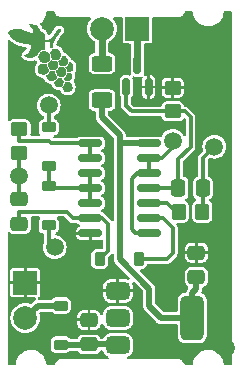
<source format=gbr>
%TF.GenerationSoftware,KiCad,Pcbnew,8.0.0*%
%TF.CreationDate,2024-05-26T00:16:25+03:00*%
%TF.ProjectId,pulsejen,70756c73-656a-4656-9e2e-6b696361645f,rev?*%
%TF.SameCoordinates,Original*%
%TF.FileFunction,Copper,L1,Top*%
%TF.FilePolarity,Positive*%
%FSLAX46Y46*%
G04 Gerber Fmt 4.6, Leading zero omitted, Abs format (unit mm)*
G04 Created by KiCad (PCBNEW 8.0.0) date 2024-05-26 00:16:25*
%MOMM*%
%LPD*%
G01*
G04 APERTURE LIST*
G04 Aperture macros list*
%AMRoundRect*
0 Rectangle with rounded corners*
0 $1 Rounding radius*
0 $2 $3 $4 $5 $6 $7 $8 $9 X,Y pos of 4 corners*
0 Add a 4 corners polygon primitive as box body*
4,1,4,$2,$3,$4,$5,$6,$7,$8,$9,$2,$3,0*
0 Add four circle primitives for the rounded corners*
1,1,$1+$1,$2,$3*
1,1,$1+$1,$4,$5*
1,1,$1+$1,$6,$7*
1,1,$1+$1,$8,$9*
0 Add four rect primitives between the rounded corners*
20,1,$1+$1,$2,$3,$4,$5,0*
20,1,$1+$1,$4,$5,$6,$7,0*
20,1,$1+$1,$6,$7,$8,$9,0*
20,1,$1+$1,$8,$9,$2,$3,0*%
G04 Aperture macros list end*
%TA.AperFunction,EtchedComponent*%
%ADD10C,0.000000*%
%TD*%
%TA.AperFunction,SMDPad,CuDef*%
%ADD11RoundRect,0.250000X0.625000X-0.400000X0.625000X0.400000X-0.625000X0.400000X-0.625000X-0.400000X0*%
%TD*%
%TA.AperFunction,SMDPad,CuDef*%
%ADD12C,2.000000*%
%TD*%
%TA.AperFunction,SMDPad,CuDef*%
%ADD13R,2.000000X2.000000*%
%TD*%
%TA.AperFunction,SMDPad,CuDef*%
%ADD14RoundRect,0.225000X0.375000X-0.225000X0.375000X0.225000X-0.375000X0.225000X-0.375000X-0.225000X0*%
%TD*%
%TA.AperFunction,SMDPad,CuDef*%
%ADD15RoundRect,0.375000X-0.625000X-0.375000X0.625000X-0.375000X0.625000X0.375000X-0.625000X0.375000X0*%
%TD*%
%TA.AperFunction,SMDPad,CuDef*%
%ADD16RoundRect,0.500000X-0.500000X-1.400000X0.500000X-1.400000X0.500000X1.400000X-0.500000X1.400000X0*%
%TD*%
%TA.AperFunction,SMDPad,CuDef*%
%ADD17RoundRect,0.250000X0.475000X-0.337500X0.475000X0.337500X-0.475000X0.337500X-0.475000X-0.337500X0*%
%TD*%
%TA.AperFunction,SMDPad,CuDef*%
%ADD18RoundRect,0.225000X0.225000X0.375000X-0.225000X0.375000X-0.225000X-0.375000X0.225000X-0.375000X0*%
%TD*%
%TA.AperFunction,SMDPad,CuDef*%
%ADD19RoundRect,0.225000X-0.375000X0.225000X-0.375000X-0.225000X0.375000X-0.225000X0.375000X0.225000X0*%
%TD*%
%TA.AperFunction,SMDPad,CuDef*%
%ADD20RoundRect,0.250000X0.450000X-0.350000X0.450000X0.350000X-0.450000X0.350000X-0.450000X-0.350000X0*%
%TD*%
%TA.AperFunction,SMDPad,CuDef*%
%ADD21RoundRect,0.250000X-0.350000X-0.450000X0.350000X-0.450000X0.350000X0.450000X-0.350000X0.450000X0*%
%TD*%
%TA.AperFunction,SMDPad,CuDef*%
%ADD22RoundRect,0.250000X-0.450000X0.350000X-0.450000X-0.350000X0.450000X-0.350000X0.450000X0.350000X0*%
%TD*%
%TA.AperFunction,SMDPad,CuDef*%
%ADD23RoundRect,0.250000X-0.337500X-0.475000X0.337500X-0.475000X0.337500X0.475000X-0.337500X0.475000X0*%
%TD*%
%TA.AperFunction,SMDPad,CuDef*%
%ADD24RoundRect,0.150000X-0.825000X-0.150000X0.825000X-0.150000X0.825000X0.150000X-0.825000X0.150000X0*%
%TD*%
%TA.AperFunction,SMDPad,CuDef*%
%ADD25RoundRect,0.150000X0.150000X-0.587500X0.150000X0.587500X-0.150000X0.587500X-0.150000X-0.587500X0*%
%TD*%
%TA.AperFunction,ViaPad*%
%ADD26C,1.500000*%
%TD*%
%TA.AperFunction,Conductor*%
%ADD27C,0.300000*%
%TD*%
%TA.AperFunction,Conductor*%
%ADD28C,0.500000*%
%TD*%
%TA.AperFunction,Conductor*%
%ADD29C,0.600000*%
%TD*%
G04 APERTURE END LIST*
D10*
%TA.AperFunction,EtchedComponent*%
%TO.C,G\u002A\u002A\u002A*%
G36*
X132252812Y-81062964D02*
G01*
X132280594Y-81066341D01*
X132316388Y-81071119D01*
X132358427Y-81077035D01*
X132404942Y-81083826D01*
X132454165Y-81091230D01*
X132504328Y-81098984D01*
X132553662Y-81106824D01*
X132600399Y-81114487D01*
X132642771Y-81121711D01*
X132679009Y-81128230D01*
X132685942Y-81129537D01*
X132776079Y-81149104D01*
X132854351Y-81171631D01*
X132922228Y-81197991D01*
X132981178Y-81229057D01*
X133032671Y-81265700D01*
X133078176Y-81308794D01*
X133119161Y-81359208D01*
X133149151Y-81404525D01*
X133172164Y-81444401D01*
X133195941Y-81490107D01*
X133221175Y-81543135D01*
X133248552Y-81604975D01*
X133278765Y-81677119D01*
X133302933Y-81736963D01*
X133358051Y-81875159D01*
X133381425Y-81850224D01*
X133409701Y-81827158D01*
X133442395Y-81811677D01*
X133475309Y-81805409D01*
X133493532Y-81806770D01*
X133530874Y-81821026D01*
X133565583Y-81847727D01*
X133597015Y-81885964D01*
X133624534Y-81934835D01*
X133647496Y-81993434D01*
X133661554Y-82044119D01*
X133677411Y-82133837D01*
X133682606Y-82220917D01*
X133677154Y-82303532D01*
X133661071Y-82379856D01*
X133658420Y-82388532D01*
X133640973Y-82443623D01*
X133687988Y-82447232D01*
X133740226Y-82448579D01*
X133795788Y-82444553D01*
X133856259Y-82434827D01*
X133923223Y-82419076D01*
X133998268Y-82396974D01*
X134082980Y-82368193D01*
X134097449Y-82362979D01*
X134230912Y-82314542D01*
X134403837Y-82048733D01*
X134465966Y-81953567D01*
X134521463Y-81869312D01*
X134570754Y-81795379D01*
X134614268Y-81731177D01*
X134652433Y-81676118D01*
X134685678Y-81629611D01*
X134714430Y-81591066D01*
X134739119Y-81559893D01*
X134760170Y-81535503D01*
X134778014Y-81517305D01*
X134793078Y-81504709D01*
X134803323Y-81498318D01*
X134813735Y-81493734D01*
X134824400Y-81491672D01*
X134837952Y-81492477D01*
X134857029Y-81496494D01*
X134884264Y-81504067D01*
X134912637Y-81512593D01*
X134960706Y-81528162D01*
X134997345Y-81542426D01*
X135024418Y-81556414D01*
X135043791Y-81571152D01*
X135057326Y-81587668D01*
X135061272Y-81594517D01*
X135067805Y-81613748D01*
X135066474Y-81633547D01*
X135056474Y-81655509D01*
X135037007Y-81681229D01*
X135007268Y-81712299D01*
X134997073Y-81722097D01*
X134941094Y-81779566D01*
X134881768Y-81848788D01*
X134819911Y-81928676D01*
X134756338Y-82018145D01*
X134691868Y-82116108D01*
X134649195Y-82184931D01*
X134629412Y-82218055D01*
X134616083Y-82241869D01*
X134608344Y-82258404D01*
X134605331Y-82269691D01*
X134606180Y-82277762D01*
X134608047Y-82281678D01*
X134612510Y-82293351D01*
X134606403Y-82299832D01*
X134603292Y-82301088D01*
X134593525Y-82307541D01*
X134592211Y-82312403D01*
X134590704Y-82321833D01*
X134584138Y-82337878D01*
X134580652Y-82344736D01*
X134569649Y-82361780D01*
X134560363Y-82367522D01*
X134556412Y-82366936D01*
X134549484Y-82371239D01*
X134538364Y-82386104D01*
X134524013Y-82409614D01*
X134507389Y-82439857D01*
X134489452Y-82474919D01*
X134471163Y-82512885D01*
X134453480Y-82551841D01*
X134437363Y-82589874D01*
X134423773Y-82625070D01*
X134416768Y-82645454D01*
X134390002Y-82735868D01*
X134369401Y-82821220D01*
X134355229Y-82899998D01*
X134347748Y-82970685D01*
X134347226Y-83031766D01*
X134347834Y-83040919D01*
X134349738Y-83077448D01*
X134348298Y-83103061D01*
X134342901Y-83120060D01*
X134332938Y-83130744D01*
X134322627Y-83135805D01*
X134301579Y-83144772D01*
X134281310Y-83155012D01*
X134260675Y-83161300D01*
X134233686Y-83159918D01*
X134198897Y-83150629D01*
X134158318Y-83134700D01*
X134138167Y-83125413D01*
X134126585Y-83116883D01*
X134119703Y-83104621D01*
X134113655Y-83084135D01*
X134113159Y-83082262D01*
X134108416Y-83053576D01*
X134106573Y-83013988D01*
X134107650Y-82963050D01*
X134111669Y-82900316D01*
X134118649Y-82825339D01*
X134128611Y-82737673D01*
X134129179Y-82733025D01*
X134134283Y-82690399D01*
X134138592Y-82652589D01*
X134141903Y-82621537D01*
X134144011Y-82599185D01*
X134144714Y-82587475D01*
X134144546Y-82586199D01*
X134137331Y-82586607D01*
X134119211Y-82588515D01*
X134092657Y-82591639D01*
X134060140Y-82595697D01*
X134047987Y-82597263D01*
X133935441Y-82608647D01*
X133826884Y-82613273D01*
X133725973Y-82610993D01*
X133720737Y-82610666D01*
X133690665Y-82608854D01*
X133665854Y-82607617D01*
X133649220Y-82607080D01*
X133643735Y-82607251D01*
X133643767Y-82613910D01*
X133646626Y-82630978D01*
X133651806Y-82655789D01*
X133658012Y-82682436D01*
X133677844Y-82776499D01*
X133691975Y-82870740D01*
X133700295Y-82962894D01*
X133702693Y-83050693D01*
X133699060Y-83131872D01*
X133689284Y-83204163D01*
X133684434Y-83226770D01*
X133676342Y-83256399D01*
X133668904Y-83273958D01*
X133661510Y-83280814D01*
X133660170Y-83281016D01*
X133648149Y-83281341D01*
X133626897Y-83281729D01*
X133600677Y-83282103D01*
X133596468Y-83282155D01*
X133510627Y-83289776D01*
X133428045Y-83310434D01*
X133349187Y-83343968D01*
X133274512Y-83390212D01*
X133258265Y-83402406D01*
X133203231Y-83450859D01*
X133155918Y-83505493D01*
X133114441Y-83568775D01*
X133080990Y-83634178D01*
X133066311Y-83665392D01*
X133054250Y-83687900D01*
X133042048Y-83705370D01*
X133026946Y-83721478D01*
X133006182Y-83739892D01*
X132993577Y-83750478D01*
X132929079Y-83802286D01*
X132869948Y-83845227D01*
X132813301Y-83881114D01*
X132756254Y-83911763D01*
X132695925Y-83938986D01*
X132690480Y-83941231D01*
X132656995Y-83954156D01*
X132623021Y-83965956D01*
X132593444Y-83974995D01*
X132579279Y-83978529D01*
X132486712Y-83991936D01*
X132396211Y-83992363D01*
X132307454Y-83979722D01*
X132220124Y-83953924D01*
X132133902Y-83914881D01*
X132048469Y-83862502D01*
X131981163Y-83811503D01*
X131960729Y-83794339D01*
X131945179Y-83780562D01*
X131936802Y-83772234D01*
X131935989Y-83770799D01*
X131941285Y-83765747D01*
X131955045Y-83753569D01*
X131975432Y-83735867D01*
X132000613Y-83714239D01*
X132013069Y-83703609D01*
X132114351Y-83613018D01*
X132204295Y-83523522D01*
X132282662Y-83435460D01*
X132349216Y-83349168D01*
X132403718Y-83264988D01*
X132445932Y-83183255D01*
X132475620Y-83104308D01*
X132492544Y-83028486D01*
X132493815Y-83018697D01*
X132495465Y-82978782D01*
X132491418Y-82941033D01*
X132482394Y-82908575D01*
X132469115Y-82884537D01*
X132461066Y-82876622D01*
X132446406Y-82868366D01*
X132424356Y-82860358D01*
X132393871Y-82852379D01*
X132353909Y-82844213D01*
X132303426Y-82835641D01*
X132241379Y-82826446D01*
X132181524Y-82818340D01*
X132065315Y-82802393D01*
X131961399Y-82786658D01*
X131870080Y-82771187D01*
X131791663Y-82756029D01*
X131730211Y-82742170D01*
X131581250Y-82700755D01*
X131443128Y-82652342D01*
X131314836Y-82596396D01*
X131195366Y-82532386D01*
X131083712Y-82459776D01*
X130978864Y-82378035D01*
X130891874Y-82298562D01*
X130799849Y-82200500D01*
X130715313Y-82093767D01*
X130637326Y-81977063D01*
X130564952Y-81849091D01*
X130558278Y-81836190D01*
X130541958Y-81804398D01*
X130577063Y-81770032D01*
X130662459Y-81695514D01*
X130754174Y-81632908D01*
X130852024Y-81582299D01*
X130955829Y-81543772D01*
X131065403Y-81517414D01*
X131143162Y-81506478D01*
X131223687Y-81500934D01*
X131305580Y-81500873D01*
X131389880Y-81506537D01*
X131477627Y-81518166D01*
X131569860Y-81536000D01*
X131667618Y-81560277D01*
X131771937Y-81591238D01*
X131883859Y-81629122D01*
X132004422Y-81674170D01*
X132134665Y-81726622D01*
X132180831Y-81745969D01*
X132252686Y-81776170D01*
X132313391Y-81801253D01*
X132364093Y-81821654D01*
X132405941Y-81837808D01*
X132440084Y-81850150D01*
X132467671Y-81859115D01*
X132489851Y-81865140D01*
X132502208Y-81867739D01*
X132527964Y-81872967D01*
X132551858Y-81878747D01*
X132562456Y-81881827D01*
X132590925Y-81885031D01*
X132621494Y-81878962D01*
X132648743Y-81865239D01*
X132663073Y-81851773D01*
X132681384Y-81817350D01*
X132689547Y-81774669D01*
X132687564Y-81724368D01*
X132675435Y-81667087D01*
X132662982Y-81628795D01*
X132631856Y-81556841D01*
X132589596Y-81481603D01*
X132535931Y-81402717D01*
X132470594Y-81319820D01*
X132393317Y-81232548D01*
X132303831Y-81140538D01*
X132299639Y-81136405D01*
X132274581Y-81111434D01*
X132253393Y-81089741D01*
X132237754Y-81073089D01*
X132229341Y-81063242D01*
X132228359Y-81061469D01*
X132234811Y-81061253D01*
X132252812Y-81062964D01*
G37*
%TD.AperFunction*%
%TA.AperFunction,EtchedComponent*%
G36*
X133706389Y-83380431D02*
G01*
X133781198Y-83402062D01*
X133852551Y-83435314D01*
X133919253Y-83479736D01*
X133980111Y-83534876D01*
X134033931Y-83600282D01*
X134035710Y-83602807D01*
X134062488Y-83647591D01*
X134087089Y-83700958D01*
X134107780Y-83758155D01*
X134122828Y-83814436D01*
X134130225Y-83861663D01*
X134131260Y-83942238D01*
X134120852Y-84020965D01*
X134099758Y-84096360D01*
X134068733Y-84166938D01*
X134028534Y-84231217D01*
X133979915Y-84287710D01*
X133923634Y-84334935D01*
X133873969Y-84364855D01*
X133841783Y-84380998D01*
X133817780Y-84392267D01*
X133798223Y-84400130D01*
X133779379Y-84406050D01*
X133757514Y-84411492D01*
X133751698Y-84412822D01*
X133673625Y-84423958D01*
X133596633Y-84422401D01*
X133521779Y-84408960D01*
X133450128Y-84384441D01*
X133382738Y-84349648D01*
X133320673Y-84305389D01*
X133264991Y-84252469D01*
X133216754Y-84191693D01*
X133177025Y-84123868D01*
X133146862Y-84049801D01*
X133127329Y-83970295D01*
X133122492Y-83934928D01*
X133120138Y-83854231D01*
X133130434Y-83775228D01*
X133153640Y-83696480D01*
X133174761Y-83646871D01*
X133215116Y-83576814D01*
X133265155Y-83515520D01*
X133323888Y-83463840D01*
X133390326Y-83422627D01*
X133463480Y-83392733D01*
X133473175Y-83389798D01*
X133551183Y-83373848D01*
X133629320Y-83370876D01*
X133706389Y-83380431D01*
G37*
%TD.AperFunction*%
%TA.AperFunction,EtchedComponent*%
G36*
X134576728Y-83179802D02*
G01*
X134603847Y-83182910D01*
X134642159Y-83191059D01*
X134686876Y-83205929D01*
X134733949Y-83225713D01*
X134779320Y-83248603D01*
X134818938Y-83272791D01*
X134838930Y-83287727D01*
X134897545Y-83344529D01*
X134946114Y-83408813D01*
X134984308Y-83479053D01*
X135011795Y-83553721D01*
X135028248Y-83631288D01*
X135033337Y-83710230D01*
X135026730Y-83789018D01*
X135008099Y-83866125D01*
X134978981Y-83936393D01*
X134938038Y-84002881D01*
X134887974Y-84060187D01*
X134829888Y-84107517D01*
X134764878Y-84144077D01*
X134694042Y-84169075D01*
X134642994Y-84179080D01*
X134571423Y-84182139D01*
X134498929Y-84172645D01*
X134427376Y-84151250D01*
X134358624Y-84118606D01*
X134294540Y-84075364D01*
X134259336Y-84044825D01*
X134238441Y-84024745D01*
X134225590Y-84011115D01*
X134219043Y-84001088D01*
X134217060Y-83991816D01*
X134217902Y-83980453D01*
X134218265Y-83977610D01*
X134221060Y-83929609D01*
X134218832Y-83873931D01*
X134212139Y-83815185D01*
X134201542Y-83757982D01*
X134187601Y-83706930D01*
X134184200Y-83697144D01*
X134173733Y-83671889D01*
X134158916Y-83640525D01*
X134142368Y-83608495D01*
X134136248Y-83597418D01*
X134103471Y-83539387D01*
X134115298Y-83498891D01*
X134141322Y-83432434D01*
X134179141Y-83368684D01*
X134227056Y-83310172D01*
X134267644Y-83272043D01*
X134286194Y-83257147D01*
X134303300Y-83245451D01*
X134322297Y-83235218D01*
X134346515Y-83224714D01*
X134379290Y-83212203D01*
X134390406Y-83208122D01*
X134434296Y-83192944D01*
X134470436Y-83183046D01*
X134503265Y-83177906D01*
X134537218Y-83177000D01*
X134576728Y-83179802D01*
G37*
%TD.AperFunction*%
%TA.AperFunction,EtchedComponent*%
G36*
X135195622Y-83782122D02*
G01*
X135228253Y-83784922D01*
X135260865Y-83789851D01*
X135275969Y-83793025D01*
X135348866Y-83816805D01*
X135416044Y-83852329D01*
X135476401Y-83898659D01*
X135528832Y-83954858D01*
X135572236Y-84019988D01*
X135593495Y-84062986D01*
X135614114Y-84121270D01*
X135627871Y-84183762D01*
X135633690Y-84244853D01*
X135633410Y-84270825D01*
X135623409Y-84344941D01*
X135601632Y-84416682D01*
X135569164Y-84483972D01*
X135527094Y-84544740D01*
X135476507Y-84596910D01*
X135452471Y-84616135D01*
X135419868Y-84636515D01*
X135379571Y-84656401D01*
X135337027Y-84673454D01*
X135297683Y-84685335D01*
X135285391Y-84687888D01*
X135218523Y-84693181D01*
X135149007Y-84687083D01*
X135079946Y-84670414D01*
X135014445Y-84643991D01*
X134955608Y-84608634D01*
X134940283Y-84596866D01*
X134905322Y-84568455D01*
X134902424Y-84520880D01*
X134897214Y-84484128D01*
X134886414Y-84440164D01*
X134871460Y-84393079D01*
X134853791Y-84346964D01*
X134834843Y-84305913D01*
X134816054Y-84274018D01*
X134815397Y-84273090D01*
X134802315Y-84254541D01*
X134792877Y-84240763D01*
X134789328Y-84235097D01*
X134794334Y-84230904D01*
X134808487Y-84222792D01*
X134828235Y-84212759D01*
X134887702Y-84177156D01*
X134944074Y-84130248D01*
X134995321Y-84074181D01*
X135039416Y-84011103D01*
X135066705Y-83960207D01*
X135080410Y-83928197D01*
X135093438Y-83892803D01*
X135104722Y-83857511D01*
X135113192Y-83825799D01*
X135117776Y-83801152D01*
X135118273Y-83792416D01*
X135124300Y-83786598D01*
X135140979Y-83782950D01*
X135165642Y-83781461D01*
X135195622Y-83782122D01*
G37*
%TD.AperFunction*%
%TA.AperFunction,EtchedComponent*%
G36*
X134240242Y-84147071D02*
G01*
X134247830Y-84154883D01*
X134265018Y-84166865D01*
X134289148Y-84181532D01*
X134317567Y-84197397D01*
X134347619Y-84212976D01*
X134376648Y-84226781D01*
X134400623Y-84236812D01*
X134451449Y-84252186D01*
X134508912Y-84263241D01*
X134567684Y-84269301D01*
X134622436Y-84269685D01*
X134644297Y-84267832D01*
X134694885Y-84261704D01*
X134717838Y-84290432D01*
X134760158Y-84353811D01*
X134790502Y-84422095D01*
X134808764Y-84493763D01*
X134814839Y-84567296D01*
X134808619Y-84641174D01*
X134790000Y-84713878D01*
X134758872Y-84783889D01*
X134753059Y-84794164D01*
X134712842Y-84851016D01*
X134663025Y-84901567D01*
X134605983Y-84944098D01*
X134544084Y-84976890D01*
X134479705Y-84998227D01*
X134467682Y-85000787D01*
X134433333Y-85006180D01*
X134400399Y-85008176D01*
X134364081Y-85006810D01*
X134319585Y-85002121D01*
X134318378Y-85001968D01*
X134249604Y-84986623D01*
X134183777Y-84959206D01*
X134122577Y-84921081D01*
X134067682Y-84873615D01*
X134020774Y-84818171D01*
X133983530Y-84756114D01*
X133966416Y-84715982D01*
X133948606Y-84649971D01*
X133940588Y-84579347D01*
X133942649Y-84508832D01*
X133951024Y-84458661D01*
X133958074Y-84434003D01*
X133967318Y-84417026D01*
X133982412Y-84401989D01*
X133991986Y-84394405D01*
X134046565Y-84345785D01*
X134096389Y-84288130D01*
X134137765Y-84225862D01*
X134146723Y-84209381D01*
X134159018Y-84188028D01*
X134171573Y-84174303D01*
X134189442Y-84163451D01*
X134201555Y-84157793D01*
X134221238Y-84149981D01*
X134235330Y-84146283D01*
X134240242Y-84147071D01*
G37*
%TD.AperFunction*%
%TA.AperFunction,EtchedComponent*%
G36*
X133397320Y-84459139D02*
G01*
X133408157Y-84463837D01*
X133460631Y-84484975D01*
X133521840Y-84500473D01*
X133588059Y-84509876D01*
X133655563Y-84512734D01*
X133720630Y-84508597D01*
X133745925Y-84504740D01*
X133761171Y-84503767D01*
X133775971Y-84508040D01*
X133794414Y-84519129D01*
X133806846Y-84528143D01*
X133822967Y-84540406D01*
X133834244Y-84550723D01*
X133841929Y-84561943D01*
X133847275Y-84576913D01*
X133851539Y-84598481D01*
X133855974Y-84629496D01*
X133857939Y-84644156D01*
X133873097Y-84713210D01*
X133899337Y-84782847D01*
X133934955Y-84849333D01*
X133978248Y-84908933D01*
X133979363Y-84910244D01*
X134004963Y-84940205D01*
X133999744Y-84986351D01*
X133984519Y-85061901D01*
X133956731Y-85134151D01*
X133917185Y-85201691D01*
X133866682Y-85263113D01*
X133815888Y-85309340D01*
X133782536Y-85331604D01*
X133740242Y-85353525D01*
X133693480Y-85373252D01*
X133646721Y-85388936D01*
X133604433Y-85398724D01*
X133597450Y-85399742D01*
X133570791Y-85401465D01*
X133536366Y-85401296D01*
X133499756Y-85399335D01*
X133481808Y-85397652D01*
X133445634Y-85392772D01*
X133415119Y-85386118D01*
X133385079Y-85376173D01*
X133350332Y-85361414D01*
X133336699Y-85355111D01*
X133266770Y-85316115D01*
X133207269Y-85269204D01*
X133157420Y-85213519D01*
X133116449Y-85148200D01*
X133084988Y-85076293D01*
X133063466Y-85003373D01*
X133053718Y-84933414D01*
X133055498Y-84863231D01*
X133064524Y-84807265D01*
X133086205Y-84734623D01*
X133118460Y-84666838D01*
X133160019Y-84605440D01*
X133209616Y-84551964D01*
X133265983Y-84507943D01*
X133327854Y-84474912D01*
X133344529Y-84468370D01*
X133368507Y-84460315D01*
X133384607Y-84457344D01*
X133397320Y-84459139D01*
G37*
%TD.AperFunction*%
%TA.AperFunction,EtchedComponent*%
G36*
X135733950Y-84320869D02*
G01*
X135751836Y-84325111D01*
X135775595Y-84331793D01*
X135781676Y-84333632D01*
X135846935Y-84360501D01*
X135906533Y-84398601D01*
X135959355Y-84446457D01*
X136004293Y-84502596D01*
X136040233Y-84565542D01*
X136066065Y-84633821D01*
X136080677Y-84705959D01*
X136083024Y-84733448D01*
X136080804Y-84806156D01*
X136066814Y-84876077D01*
X136041856Y-84941582D01*
X136006730Y-85001047D01*
X135962237Y-85052840D01*
X135909178Y-85095338D01*
X135903034Y-85099262D01*
X135865057Y-85120769D01*
X135829955Y-85134958D01*
X135791194Y-85144193D01*
X135769538Y-85147536D01*
X135719488Y-85150250D01*
X135666496Y-85146186D01*
X135616828Y-85136002D01*
X135596857Y-85129455D01*
X135560689Y-85115761D01*
X135550671Y-85063425D01*
X135532906Y-84996720D01*
X135505867Y-84929492D01*
X135471526Y-84865642D01*
X135431855Y-84809070D01*
X135408734Y-84782736D01*
X135381140Y-84754019D01*
X135403252Y-84745971D01*
X135430762Y-84733285D01*
X135464173Y-84713859D01*
X135499599Y-84690247D01*
X135533150Y-84664998D01*
X135554517Y-84646729D01*
X135606188Y-84590649D01*
X135649992Y-84525299D01*
X135684463Y-84453294D01*
X135708132Y-84377248D01*
X135709627Y-84370550D01*
X135715388Y-84346723D01*
X135720876Y-84328784D01*
X135725020Y-84320179D01*
X135725422Y-84319918D01*
X135733950Y-84320869D01*
G37*
%TD.AperFunction*%
%TA.AperFunction,EtchedComponent*%
G36*
X134957012Y-84720709D02*
G01*
X134984048Y-84729960D01*
X134998077Y-84735742D01*
X135078334Y-84764097D01*
X135155814Y-84779745D01*
X135230000Y-84782591D01*
X135244534Y-84781604D01*
X135263389Y-84781577D01*
X135279161Y-84786693D01*
X135297045Y-84799000D01*
X135304707Y-84805337D01*
X135324466Y-84823822D01*
X135347700Y-84848120D01*
X135369720Y-84873302D01*
X135371848Y-84875892D01*
X135387295Y-84895473D01*
X135399275Y-84912901D01*
X135409497Y-84931478D01*
X135419665Y-84954505D01*
X135431486Y-84985287D01*
X135438996Y-85005848D01*
X135452097Y-85042911D01*
X135461032Y-85071145D01*
X135466648Y-85094248D01*
X135469790Y-85115925D01*
X135471306Y-85139875D01*
X135471578Y-85148386D01*
X135467569Y-85227053D01*
X135451490Y-85301800D01*
X135423897Y-85371382D01*
X135385337Y-85434554D01*
X135336366Y-85490073D01*
X135309643Y-85513384D01*
X135267036Y-85541529D01*
X135216291Y-85565673D01*
X135162631Y-85583744D01*
X135111272Y-85593674D01*
X135105915Y-85594186D01*
X135072147Y-85595477D01*
X135035412Y-85594525D01*
X135008195Y-85592063D01*
X134965705Y-85582337D01*
X134918048Y-85565060D01*
X134869531Y-85542291D01*
X134824466Y-85516090D01*
X134787158Y-85488513D01*
X134782143Y-85484061D01*
X134728934Y-85426414D01*
X134686043Y-85361045D01*
X134654119Y-85289648D01*
X134633809Y-85213917D01*
X134625762Y-85135541D01*
X134627713Y-85080656D01*
X134629530Y-85063159D01*
X134632381Y-85049942D01*
X134638055Y-85038697D01*
X134648347Y-85027116D01*
X134665050Y-85012895D01*
X134689955Y-84993724D01*
X134702840Y-84983985D01*
X134746777Y-84946861D01*
X134784275Y-84905915D01*
X134817847Y-84857983D01*
X134850008Y-84799906D01*
X134851381Y-84797167D01*
X134887935Y-84723957D01*
X134916688Y-84718649D01*
X134935888Y-84717218D01*
X134957012Y-84720709D01*
G37*
%TD.AperFunction*%
%TA.AperFunction,EtchedComponent*%
G36*
X134155200Y-85045365D02*
G01*
X134176505Y-85054232D01*
X134242716Y-85077602D01*
X134313730Y-85092169D01*
X134385106Y-85097305D01*
X134448931Y-85092913D01*
X134473848Y-85090558D01*
X134491792Y-85093248D01*
X134508673Y-85102009D01*
X134511220Y-85103732D01*
X134535218Y-85120266D01*
X134537216Y-85162449D01*
X134547636Y-85242659D01*
X134570890Y-85322116D01*
X134606345Y-85399205D01*
X134653363Y-85472308D01*
X134664627Y-85486975D01*
X134705771Y-85538987D01*
X134694607Y-85581978D01*
X134668130Y-85658788D01*
X134630718Y-85727842D01*
X134582644Y-85788759D01*
X134524182Y-85841158D01*
X134493395Y-85862605D01*
X134447272Y-85887660D01*
X134393827Y-85909441D01*
X134339194Y-85925692D01*
X134302511Y-85932713D01*
X134259516Y-85935202D01*
X134209513Y-85932787D01*
X134157826Y-85926044D01*
X134109779Y-85915555D01*
X134090467Y-85909664D01*
X134025465Y-85880696D01*
X133964969Y-85840479D01*
X133910783Y-85790901D01*
X133864711Y-85733853D01*
X133828554Y-85671225D01*
X133805879Y-85611297D01*
X133799169Y-85582627D01*
X133793731Y-85549582D01*
X133789830Y-85515424D01*
X133787728Y-85483410D01*
X133787690Y-85456801D01*
X133789981Y-85438858D01*
X133791600Y-85434848D01*
X133800687Y-85426178D01*
X133816909Y-85415208D01*
X133824182Y-85411046D01*
X133853977Y-85391646D01*
X133887984Y-85364380D01*
X133922701Y-85332449D01*
X133954621Y-85299058D01*
X133978144Y-85270295D01*
X134001517Y-85235233D01*
X134024563Y-85194810D01*
X134045223Y-85153145D01*
X134061435Y-85114358D01*
X134070395Y-85085849D01*
X134076230Y-85066658D01*
X134084765Y-85055694D01*
X134100558Y-85047811D01*
X134105857Y-85045835D01*
X134122738Y-85040848D01*
X134137557Y-85040497D01*
X134155200Y-85045365D01*
G37*
%TD.AperFunction*%
%TA.AperFunction,EtchedComponent*%
G36*
X135565777Y-85214960D02*
G01*
X135581277Y-85218402D01*
X135599890Y-85223339D01*
X135663349Y-85235572D01*
X135731184Y-85238718D01*
X135786727Y-85234161D01*
X135811778Y-85230409D01*
X135831195Y-85227342D01*
X135841508Y-85225514D01*
X135842222Y-85225328D01*
X135847558Y-85229708D01*
X135858732Y-85242378D01*
X135873526Y-85260793D01*
X135876660Y-85264858D01*
X135891373Y-85285281D01*
X135903605Y-85305715D01*
X135915085Y-85329651D01*
X135927545Y-85360583D01*
X135937701Y-85388060D01*
X135950416Y-85424052D01*
X135958979Y-85451313D01*
X135964226Y-85473651D01*
X135966987Y-85494880D01*
X135968098Y-85518807D01*
X135968242Y-85527681D01*
X135967466Y-85561249D01*
X135964785Y-85596191D01*
X135960760Y-85625401D01*
X135960353Y-85627499D01*
X135949985Y-85665232D01*
X135934077Y-85706798D01*
X135914814Y-85747394D01*
X135894378Y-85782211D01*
X135883104Y-85797554D01*
X135837822Y-85843621D01*
X135785280Y-85881735D01*
X135728313Y-85910263D01*
X135669757Y-85927574D01*
X135652535Y-85930305D01*
X135588958Y-85932139D01*
X135523447Y-85922848D01*
X135460183Y-85903344D01*
X135407371Y-85877045D01*
X135367207Y-85848221D01*
X135327856Y-85812428D01*
X135291994Y-85772705D01*
X135262300Y-85732085D01*
X135241455Y-85693604D01*
X135238167Y-85685302D01*
X135228604Y-85659029D01*
X135273928Y-85638057D01*
X135326227Y-85608835D01*
X135377872Y-85570949D01*
X135423629Y-85528431D01*
X135439779Y-85510227D01*
X135477953Y-85456183D01*
X135510848Y-85393965D01*
X135536426Y-85328177D01*
X135552650Y-85263420D01*
X135554590Y-85251024D01*
X135557354Y-85231184D01*
X135559234Y-85217747D01*
X135559686Y-85214565D01*
X135565777Y-85214960D01*
G37*
%TD.AperFunction*%
%TA.AperFunction,EtchedComponent*%
G36*
X134890437Y-85655052D02*
G01*
X134922690Y-85662494D01*
X134952275Y-85670191D01*
X134979665Y-85676279D01*
X135000353Y-85679792D01*
X135005508Y-85680250D01*
X135025095Y-85685243D01*
X135051245Y-85697583D01*
X135080751Y-85715305D01*
X135110407Y-85736444D01*
X135137004Y-85759035D01*
X135141975Y-85763855D01*
X135185983Y-85817009D01*
X135219459Y-85877446D01*
X135241867Y-85943381D01*
X135252672Y-86013027D01*
X135251339Y-86084600D01*
X135247134Y-86114225D01*
X135240971Y-86138038D01*
X135230495Y-86168303D01*
X135217666Y-86199517D01*
X135213676Y-86208190D01*
X135177273Y-86269714D01*
X135130843Y-86323012D01*
X135075751Y-86367093D01*
X135013364Y-86400968D01*
X134945044Y-86423651D01*
X134906311Y-86430877D01*
X134836301Y-86433893D01*
X134767172Y-86424250D01*
X134700717Y-86402758D01*
X134638730Y-86370223D01*
X134583006Y-86327454D01*
X134535337Y-86275258D01*
X134523227Y-86258402D01*
X134497496Y-86211595D01*
X134477194Y-86156999D01*
X134463817Y-86099735D01*
X134458859Y-86044923D01*
X134458918Y-86037896D01*
X134460107Y-85983899D01*
X134505960Y-85958702D01*
X134575743Y-85913331D01*
X134638164Y-85858545D01*
X134691508Y-85796161D01*
X134734066Y-85727998D01*
X134745647Y-85704110D01*
X134756777Y-85681881D01*
X134767334Y-85664944D01*
X134775111Y-85656823D01*
X134775363Y-85656721D01*
X134806922Y-85650228D01*
X134846584Y-85649724D01*
X134890437Y-85655052D01*
G37*
%TD.AperFunction*%
%TA.AperFunction,EtchedComponent*%
G36*
X135462970Y-85999863D02*
G01*
X135474090Y-86003183D01*
X135526282Y-86015041D01*
X135584906Y-86020557D01*
X135644285Y-86019350D01*
X135670762Y-86016365D01*
X135697534Y-86013078D01*
X135719983Y-86011490D01*
X135734106Y-86011852D01*
X135735835Y-86012266D01*
X135755110Y-86021777D01*
X135780929Y-86038043D01*
X135809942Y-86058639D01*
X135838799Y-86081143D01*
X135864149Y-86103131D01*
X135872212Y-86110893D01*
X135917408Y-86163367D01*
X135953438Y-86222008D01*
X135979649Y-86282542D01*
X136000929Y-86358373D01*
X136009831Y-86434187D01*
X136006783Y-86508649D01*
X135992217Y-86580422D01*
X135966560Y-86648174D01*
X135930242Y-86710568D01*
X135883690Y-86766268D01*
X135827336Y-86813940D01*
X135803895Y-86829394D01*
X135760365Y-86853574D01*
X135719492Y-86869994D01*
X135674925Y-86880942D01*
X135649693Y-86885020D01*
X135578626Y-86888442D01*
X135507621Y-86879217D01*
X135438326Y-86858099D01*
X135372391Y-86825842D01*
X135311468Y-86783200D01*
X135257206Y-86730930D01*
X135225478Y-86691011D01*
X135210636Y-86666270D01*
X135194650Y-86633299D01*
X135178755Y-86595444D01*
X135164184Y-86556048D01*
X135152173Y-86518455D01*
X135143956Y-86486011D01*
X135140767Y-86462059D01*
X135140763Y-86461514D01*
X135141754Y-86445792D01*
X135146378Y-86433144D01*
X135156875Y-86419831D01*
X135175484Y-86402116D01*
X135177394Y-86400394D01*
X135234195Y-86340615D01*
X135279664Y-86274087D01*
X135313311Y-86201788D01*
X135334652Y-86124691D01*
X135341828Y-86070788D01*
X135344215Y-86048700D01*
X135348809Y-86035438D01*
X135358303Y-86026339D01*
X135372038Y-86018500D01*
X135400616Y-86004425D01*
X135422338Y-85997071D01*
X135441643Y-85995773D01*
X135462970Y-85999863D01*
G37*
%TD.AperFunction*%
%TD*%
D11*
%TO.P,R4,2*%
%TO.N,Net-(J4-Pad1)*%
X138500000Y-84450000D03*
%TO.P,R4,1*%
%TO.N,+3V3*%
X138500000Y-87550000D03*
%TD*%
D12*
%TO.P,J4,1,1*%
%TO.N,Net-(J4-Pad1)*%
X138500000Y-81500000D03*
%TD*%
D13*
%TO.P,J3,1,1*%
%TO.N,Net-(Q1-D)*%
X141500000Y-81500000D03*
%TD*%
D14*
%TO.P,D5,1,K*%
%TO.N,Net-(D5-K)*%
X135000000Y-108250000D03*
%TO.P,D5,2,A*%
%TO.N,/9V*%
X135000000Y-104950000D03*
%TD*%
D15*
%TO.P,U4,3,VI*%
%TO.N,Net-(D5-K)*%
X139850000Y-108300000D03*
D16*
%TO.P,U4,2,VO*%
%TO.N,+3V3*%
X146150000Y-106000000D03*
D15*
X139850000Y-106000000D03*
%TO.P,U4,1,GND*%
%TO.N,GND*%
X139850000Y-103700000D03*
%TD*%
D17*
%TO.P,C4,1*%
%TO.N,+3V3*%
X146500000Y-102537500D03*
%TO.P,C4,2*%
%TO.N,GND*%
X146500000Y-100462500D03*
%TD*%
D18*
%TO.P,D3,1,K*%
%TO.N,/in3c*%
X141605000Y-101000000D03*
%TO.P,D3,2,A*%
%TO.N,/o2*%
X138305000Y-101000000D03*
%TD*%
D19*
%TO.P,D2,1,K*%
%TO.N,Net-(D2-K)*%
X134000000Y-89850000D03*
%TO.P,D2,2,A*%
%TO.N,/in2*%
X134000000Y-93150000D03*
%TD*%
%TO.P,D1,1,K*%
%TO.N,/in2*%
X133977500Y-94850000D03*
%TO.P,D1,2,A*%
%TO.N,Net-(D1-A)*%
X133977500Y-98150000D03*
%TD*%
D12*
%TO.P,J2,1,1*%
%TO.N,/9V*%
X132000000Y-106000000D03*
%TD*%
D13*
%TO.P,J1,1,1*%
%TO.N,GND*%
X132000000Y-103000000D03*
%TD*%
D20*
%TO.P,R3,1*%
%TO.N,/out4*%
X144500000Y-88500000D03*
%TO.P,R3,2*%
%TO.N,GND*%
X144500000Y-86500000D03*
%TD*%
D21*
%TO.P,R2,1*%
%TO.N,/in3fb*%
X145000000Y-97000000D03*
%TO.P,R2,2*%
%TO.N,Net-(C2-Pad2)*%
X147000000Y-97000000D03*
%TD*%
D22*
%TO.P,R1,1*%
%TO.N,/in1*%
X131500000Y-90000000D03*
%TO.P,R1,2*%
%TO.N,Net-(C1-Pad2)*%
X131500000Y-92000000D03*
%TD*%
D17*
%TO.P,C3,1*%
%TO.N,Net-(D5-K)*%
X137400000Y-108237500D03*
%TO.P,C3,2*%
%TO.N,GND*%
X137400000Y-106162500D03*
%TD*%
D23*
%TO.P,C2,1*%
%TO.N,/out4*%
X144962500Y-95000000D03*
%TO.P,C2,2*%
%TO.N,Net-(C2-Pad2)*%
X147037500Y-95000000D03*
%TD*%
D17*
%TO.P,C1,1*%
%TO.N,/o2*%
X131500000Y-98037500D03*
%TO.P,C1,2*%
%TO.N,Net-(C1-Pad2)*%
X131500000Y-95962500D03*
%TD*%
D24*
%TO.P,U1,14,VCC*%
%TO.N,+3V3*%
X142475000Y-91190000D03*
%TO.P,U1,13*%
%TO.N,/in4*%
X142475000Y-92460000D03*
%TO.P,U1,12*%
X142475000Y-93730000D03*
%TO.P,U1,11*%
%TO.N,/out4*%
X142475000Y-95000000D03*
%TO.P,U1,10*%
%TO.N,/in3fb*%
X142475000Y-96270000D03*
%TO.P,U1,9*%
%TO.N,/in3c*%
X142475000Y-97540000D03*
%TO.P,U1,8*%
%TO.N,/in4*%
X142475000Y-98810000D03*
%TO.P,U1,7,GND*%
%TO.N,GND*%
X137525000Y-98810000D03*
%TO.P,U1,6*%
%TO.N,/o2*%
X137525000Y-97540000D03*
%TO.P,U1,5*%
%TO.N,/in2*%
X137525000Y-96270000D03*
%TO.P,U1,4*%
X137525000Y-95000000D03*
%TO.P,U1,3*%
X137525000Y-93730000D03*
%TO.P,U1,2*%
%TO.N,/in1*%
X137525000Y-92460000D03*
%TO.P,U1,1*%
X137525000Y-91190000D03*
%TD*%
D25*
%TO.P,Q1,1,G*%
%TO.N,/out4*%
X140550000Y-86437500D03*
%TO.P,Q1,2,S*%
%TO.N,GND*%
X142450000Y-86437500D03*
%TO.P,Q1,3,D*%
%TO.N,Net-(Q1-D)*%
X141500000Y-84562500D03*
%TD*%
D26*
%TO.N,GND*%
X132000000Y-103000000D03*
X149000000Y-108500000D03*
X131500000Y-86500000D03*
X148500000Y-83500000D03*
%TO.N,Net-(C2-Pad2)*%
X148000000Y-91500000D03*
%TO.N,Net-(C1-Pad2)*%
X131500000Y-94000000D03*
%TO.N,/in4*%
X144500000Y-91000000D03*
%TO.N,Net-(D1-A)*%
X134500000Y-100000000D03*
%TO.N,Net-(D2-K)*%
X134000000Y-88000000D03*
%TD*%
D27*
%TO.N,/in3c*%
X143640000Y-97540000D02*
X142475000Y-97540000D01*
X144500000Y-98400000D02*
X143640000Y-97540000D01*
X144500000Y-100500000D02*
X144500000Y-98400000D01*
X144000000Y-101000000D02*
X144500000Y-100500000D01*
X141605000Y-101000000D02*
X144000000Y-101000000D01*
%TO.N,Net-(C2-Pad2)*%
X148000000Y-91500000D02*
X147037500Y-92462500D01*
X147037500Y-92462500D02*
X147037500Y-95000000D01*
D28*
%TO.N,+3V3*%
X146500000Y-103500000D02*
X146500000Y-102537500D01*
X146150000Y-103850000D02*
X146500000Y-103500000D01*
X146150000Y-106000000D02*
X146150000Y-103850000D01*
D27*
%TO.N,Net-(D1-A)*%
X133977500Y-99477500D02*
X133977500Y-98150000D01*
X134500000Y-100000000D02*
X133977500Y-99477500D01*
D28*
%TO.N,/9V*%
X133050000Y-104950000D02*
X135000000Y-104950000D01*
X132000000Y-106000000D02*
X133050000Y-104950000D01*
D27*
%TO.N,/in4*%
X143540000Y-92460000D02*
X142475000Y-92460000D01*
X144500000Y-91500000D02*
X143540000Y-92460000D01*
X144500000Y-91000000D02*
X144500000Y-91500000D01*
%TO.N,Net-(C2-Pad2)*%
X147037500Y-96962500D02*
X147000000Y-97000000D01*
X147037500Y-95000000D02*
X147037500Y-96962500D01*
%TO.N,Net-(C1-Pad2)*%
X131500000Y-94000000D02*
X131500000Y-92000000D01*
X131500000Y-95462500D02*
X131500000Y-94000000D01*
%TO.N,/in1*%
X131500000Y-91000000D02*
X131500000Y-90000000D01*
X134000000Y-91000000D02*
X131500000Y-91000000D01*
X134190000Y-91190000D02*
X134000000Y-91000000D01*
X137525000Y-91190000D02*
X134190000Y-91190000D01*
%TO.N,/o2*%
X131500000Y-97000000D02*
X131500000Y-98037500D01*
X135500000Y-97000000D02*
X131500000Y-97000000D01*
X136040000Y-97540000D02*
X135500000Y-97000000D01*
X137525000Y-97540000D02*
X136040000Y-97540000D01*
%TO.N,/out4*%
X144962500Y-95000000D02*
X144962500Y-92537500D01*
X146000000Y-91500000D02*
X146000000Y-89000000D01*
X144962500Y-92537500D02*
X146000000Y-91500000D01*
X142475000Y-95000000D02*
X144962500Y-95000000D01*
%TO.N,/in3fb*%
X144750000Y-97000000D02*
X145000000Y-97000000D01*
X144020000Y-96270000D02*
X144750000Y-97000000D01*
X142475000Y-96270000D02*
X144020000Y-96270000D01*
D28*
%TO.N,+3V3*%
X140000000Y-91190000D02*
X142475000Y-91190000D01*
X140000000Y-92000000D02*
X140000000Y-91190000D01*
X138500000Y-89000000D02*
X138500000Y-87550000D01*
X140000000Y-92000000D02*
X140000000Y-90500000D01*
X140000000Y-90500000D02*
X138500000Y-89000000D01*
D29*
%TO.N,Net-(J4-Pad1)*%
X138500000Y-84450000D02*
X138500000Y-81500000D01*
D27*
%TO.N,/out4*%
X140550000Y-88050000D02*
X140550000Y-86437500D01*
X141000000Y-88500000D02*
X140550000Y-88050000D01*
X146000000Y-89000000D02*
X145500000Y-88500000D01*
X145500000Y-88500000D02*
X141000000Y-88500000D01*
D29*
%TO.N,Net-(Q1-D)*%
X141500000Y-84562500D02*
X141500000Y-81500000D01*
D28*
%TO.N,Net-(D5-K)*%
X139787500Y-108237500D02*
X139850000Y-108300000D01*
X137400000Y-108237500D02*
X139787500Y-108237500D01*
X137387500Y-108250000D02*
X137400000Y-108237500D01*
X135000000Y-108250000D02*
X137387500Y-108250000D01*
%TO.N,+3V3*%
X140000000Y-101000000D02*
X140000000Y-92000000D01*
X142500000Y-105000000D02*
X142500000Y-103500000D01*
X143500000Y-106000000D02*
X142500000Y-105000000D01*
X146150000Y-106000000D02*
X143500000Y-106000000D01*
X142500000Y-103500000D02*
X140000000Y-101000000D01*
D27*
%TO.N,/in2*%
X133977500Y-93172500D02*
X134000000Y-93150000D01*
X133977500Y-94850000D02*
X133977500Y-93172500D01*
X134127500Y-95000000D02*
X133977500Y-94850000D01*
X137525000Y-95000000D02*
X134127500Y-95000000D01*
%TO.N,+3V3*%
X140000000Y-105500000D02*
X139500000Y-106000000D01*
%TO.N,Net-(D2-K)*%
X134000000Y-88000000D02*
X134000000Y-89850000D01*
%TO.N,/o2*%
X139000000Y-100305000D02*
X138305000Y-101000000D01*
X138540000Y-97540000D02*
X139000000Y-98000000D01*
X137525000Y-97540000D02*
X138540000Y-97540000D01*
X139000000Y-98000000D02*
X139000000Y-100305000D01*
%TO.N,/in4*%
X142475000Y-93730000D02*
X142475000Y-92460000D01*
X141000000Y-94230001D02*
X141500001Y-93730000D01*
X141500001Y-93730000D02*
X142475000Y-93730000D01*
X141000000Y-98500000D02*
X141000000Y-94230001D01*
X142475000Y-98810000D02*
X141310000Y-98810000D01*
X141310000Y-98810000D02*
X141000000Y-98500000D01*
%TO.N,/in2*%
X137525000Y-96270000D02*
X137525000Y-95000000D01*
X137525000Y-95000000D02*
X137525000Y-93730000D01*
%TO.N,/in1*%
X137525000Y-92460000D02*
X137525000Y-91190000D01*
%TD*%
%TA.AperFunction,Conductor*%
%TO.N,GND*%
G36*
X146144423Y-80019685D02*
G01*
X146190178Y-80072489D01*
X146199855Y-80104597D01*
X146202929Y-80124000D01*
X146231523Y-80304534D01*
X146294781Y-80499223D01*
X146387715Y-80681613D01*
X146508028Y-80847213D01*
X146652786Y-80991971D01*
X146807749Y-81104556D01*
X146818390Y-81112287D01*
X146887739Y-81147622D01*
X147000776Y-81205218D01*
X147000778Y-81205218D01*
X147000781Y-81205220D01*
X147040739Y-81218203D01*
X147195465Y-81268477D01*
X147248109Y-81276815D01*
X147397648Y-81300500D01*
X147397649Y-81300500D01*
X147602351Y-81300500D01*
X147602352Y-81300500D01*
X147804534Y-81268477D01*
X147999219Y-81205220D01*
X148181610Y-81112287D01*
X148274590Y-81044732D01*
X148347213Y-80991971D01*
X148347215Y-80991968D01*
X148347219Y-80991966D01*
X148491966Y-80847219D01*
X148491968Y-80847215D01*
X148491971Y-80847213D01*
X148544732Y-80774590D01*
X148612287Y-80681610D01*
X148705220Y-80499219D01*
X148768477Y-80304534D01*
X148800143Y-80104600D01*
X148830072Y-80041467D01*
X148889384Y-80004536D01*
X148922616Y-80000000D01*
X149375500Y-80000000D01*
X149442539Y-80019685D01*
X149488294Y-80072489D01*
X149499500Y-80124000D01*
X149499500Y-109876000D01*
X149479815Y-109943039D01*
X149427011Y-109988794D01*
X149375500Y-110000000D01*
X148922616Y-110000000D01*
X148855577Y-109980315D01*
X148809822Y-109927511D01*
X148800144Y-109895402D01*
X148768477Y-109695466D01*
X148705220Y-109500781D01*
X148705218Y-109500778D01*
X148705218Y-109500776D01*
X148632394Y-109357853D01*
X148612287Y-109318390D01*
X148599289Y-109300499D01*
X148491971Y-109152786D01*
X148347213Y-109008028D01*
X148181613Y-108887715D01*
X148181612Y-108887714D01*
X148181610Y-108887713D01*
X148124653Y-108858691D01*
X147999223Y-108794781D01*
X147804534Y-108731522D01*
X147629995Y-108703878D01*
X147602352Y-108699500D01*
X147397648Y-108699500D01*
X147373329Y-108703351D01*
X147195465Y-108731522D01*
X147000776Y-108794781D01*
X146818386Y-108887715D01*
X146652786Y-109008028D01*
X146508028Y-109152786D01*
X146387715Y-109318386D01*
X146294781Y-109500776D01*
X146232427Y-109692683D01*
X146231523Y-109695466D01*
X146199856Y-109895399D01*
X146169928Y-109958533D01*
X146110616Y-109995464D01*
X146077384Y-110000000D01*
X145613304Y-110000000D01*
X145546265Y-109980315D01*
X145500510Y-109927511D01*
X145493529Y-109908093D01*
X145466392Y-109806814D01*
X145400500Y-109692686D01*
X145307314Y-109599500D01*
X145250250Y-109566554D01*
X145193187Y-109533608D01*
X145129539Y-109516554D01*
X145065892Y-109499500D01*
X140750328Y-109499500D01*
X140683289Y-109479815D01*
X140637534Y-109427011D01*
X140627590Y-109357853D01*
X140656615Y-109294297D01*
X140715393Y-109256523D01*
X140715733Y-109256424D01*
X140719091Y-109255447D01*
X140725390Y-109253618D01*
X140861420Y-109173170D01*
X140973170Y-109061420D01*
X141053618Y-108925390D01*
X141097709Y-108773627D01*
X141100500Y-108738163D01*
X141100499Y-107861838D01*
X141097709Y-107826373D01*
X141053618Y-107674610D01*
X140973170Y-107538580D01*
X140973168Y-107538578D01*
X140973165Y-107538574D01*
X140861425Y-107426834D01*
X140861416Y-107426827D01*
X140725390Y-107346382D01*
X140725385Y-107346380D01*
X140573633Y-107302292D01*
X140573620Y-107302290D01*
X140538163Y-107299500D01*
X139161849Y-107299500D01*
X139161824Y-107299501D01*
X139126372Y-107302291D01*
X138974614Y-107346380D01*
X138974609Y-107346382D01*
X138838583Y-107426827D01*
X138838574Y-107426834D01*
X138726834Y-107538574D01*
X138726828Y-107538582D01*
X138716771Y-107555588D01*
X138646382Y-107674610D01*
X138646381Y-107674611D01*
X138645489Y-107676121D01*
X138594420Y-107723804D01*
X138538757Y-107737000D01*
X138434479Y-107737000D01*
X138367440Y-107717315D01*
X138321685Y-107664511D01*
X138319020Y-107658080D01*
X138318794Y-107657665D01*
X138232547Y-107542455D01*
X138232544Y-107542452D01*
X138117335Y-107456206D01*
X138117328Y-107456202D01*
X137982482Y-107405908D01*
X137982483Y-107405908D01*
X137922883Y-107399501D01*
X137922881Y-107399500D01*
X137922873Y-107399500D01*
X137922864Y-107399500D01*
X136877129Y-107399500D01*
X136877123Y-107399501D01*
X136817516Y-107405908D01*
X136682671Y-107456202D01*
X136682664Y-107456206D01*
X136567455Y-107542452D01*
X136567452Y-107542455D01*
X136481206Y-107657664D01*
X136481204Y-107657668D01*
X136481204Y-107657669D01*
X136477039Y-107668834D01*
X136435171Y-107724766D01*
X136369707Y-107749184D01*
X136360859Y-107749500D01*
X135824807Y-107749500D01*
X135757768Y-107729815D01*
X135725541Y-107699812D01*
X135714687Y-107685313D01*
X135714681Y-107685307D01*
X135605230Y-107603374D01*
X135605227Y-107603373D01*
X135605226Y-107603372D01*
X135477114Y-107555588D01*
X135477112Y-107555587D01*
X135477110Y-107555587D01*
X135420493Y-107549500D01*
X134579518Y-107549500D01*
X134579509Y-107549501D01*
X134522885Y-107555587D01*
X134394773Y-107603372D01*
X134285313Y-107685313D01*
X134203373Y-107794771D01*
X134155587Y-107922889D01*
X134149500Y-107979498D01*
X134149500Y-108520481D01*
X134149501Y-108520490D01*
X134155587Y-108577114D01*
X134201236Y-108699500D01*
X134203372Y-108705226D01*
X134285313Y-108814687D01*
X134373177Y-108880461D01*
X134382867Y-108887715D01*
X134394774Y-108896628D01*
X134522886Y-108944412D01*
X134579515Y-108950500D01*
X135420484Y-108950499D01*
X135477114Y-108944412D01*
X135605226Y-108896628D01*
X135605229Y-108896626D01*
X135714681Y-108814692D01*
X135714683Y-108814689D01*
X135714687Y-108814687D01*
X135725541Y-108800188D01*
X135781476Y-108758317D01*
X135824807Y-108750500D01*
X136371139Y-108750500D01*
X136438178Y-108770185D01*
X136475637Y-108810418D01*
X136475888Y-108810231D01*
X136477635Y-108812565D01*
X136479973Y-108815076D01*
X136481207Y-108817336D01*
X136567452Y-108932544D01*
X136567455Y-108932547D01*
X136682664Y-109018793D01*
X136682671Y-109018797D01*
X136817517Y-109069091D01*
X136817516Y-109069091D01*
X136824444Y-109069835D01*
X136877127Y-109075500D01*
X137922872Y-109075499D01*
X137982483Y-109069091D01*
X138117331Y-109018796D01*
X138232546Y-108932546D01*
X138311254Y-108827406D01*
X138318794Y-108817334D01*
X138323044Y-108809551D01*
X138324518Y-108810356D01*
X138360166Y-108762734D01*
X138425630Y-108738316D01*
X138434479Y-108738000D01*
X138498839Y-108738000D01*
X138565878Y-108757685D01*
X138611633Y-108810489D01*
X138617912Y-108827395D01*
X138638026Y-108896628D01*
X138646382Y-108925390D01*
X138726827Y-109061416D01*
X138726834Y-109061425D01*
X138838574Y-109173165D01*
X138838578Y-109173168D01*
X138838580Y-109173170D01*
X138974610Y-109253618D01*
X138979759Y-109255114D01*
X138984267Y-109256424D01*
X139043153Y-109294030D01*
X139072359Y-109357503D01*
X139062613Y-109426689D01*
X139017009Y-109479624D01*
X138950026Y-109499499D01*
X138949672Y-109499500D01*
X134934108Y-109499500D01*
X134806812Y-109533608D01*
X134692686Y-109599500D01*
X134692683Y-109599502D01*
X134599502Y-109692683D01*
X134599500Y-109692686D01*
X134533608Y-109806812D01*
X134517520Y-109866853D01*
X134509270Y-109897648D01*
X134506471Y-109908093D01*
X134470106Y-109967754D01*
X134407259Y-109998283D01*
X134386696Y-110000000D01*
X133922616Y-110000000D01*
X133855577Y-109980315D01*
X133809822Y-109927511D01*
X133800144Y-109895402D01*
X133768477Y-109695466D01*
X133705220Y-109500781D01*
X133705218Y-109500778D01*
X133705218Y-109500776D01*
X133632394Y-109357853D01*
X133612287Y-109318390D01*
X133599289Y-109300499D01*
X133491971Y-109152786D01*
X133347213Y-109008028D01*
X133181613Y-108887715D01*
X133181612Y-108887714D01*
X133181610Y-108887713D01*
X133124653Y-108858691D01*
X132999223Y-108794781D01*
X132804534Y-108731522D01*
X132629995Y-108703878D01*
X132602352Y-108699500D01*
X132397648Y-108699500D01*
X132373329Y-108703351D01*
X132195465Y-108731522D01*
X132000776Y-108794781D01*
X131818386Y-108887715D01*
X131652786Y-109008028D01*
X131508028Y-109152786D01*
X131387715Y-109318386D01*
X131294781Y-109500776D01*
X131232427Y-109692683D01*
X131231523Y-109695466D01*
X131199856Y-109895399D01*
X131169928Y-109958533D01*
X131110616Y-109995464D01*
X131077384Y-110000000D01*
X130624500Y-110000000D01*
X130557461Y-109980315D01*
X130511706Y-109927511D01*
X130500500Y-109876000D01*
X130500500Y-106048585D01*
X130515074Y-105998949D01*
X130514887Y-105998593D01*
X130733800Y-105998593D01*
X130743477Y-106013650D01*
X130748028Y-106037778D01*
X130763793Y-106217975D01*
X130763793Y-106217979D01*
X130820422Y-106429322D01*
X130820424Y-106429326D01*
X130820425Y-106429330D01*
X130853612Y-106500499D01*
X130912897Y-106627638D01*
X130912898Y-106627639D01*
X131038402Y-106806877D01*
X131193123Y-106961598D01*
X131372361Y-107087102D01*
X131570670Y-107179575D01*
X131782023Y-107236207D01*
X131964926Y-107252208D01*
X131999998Y-107255277D01*
X132000000Y-107255277D01*
X132000002Y-107255277D01*
X132028254Y-107252805D01*
X132217977Y-107236207D01*
X132429330Y-107179575D01*
X132627639Y-107087102D01*
X132806877Y-106961598D01*
X132961598Y-106806877D01*
X133087102Y-106627639D01*
X133179575Y-106429330D01*
X133217578Y-106287500D01*
X136425000Y-106287500D01*
X136425000Y-106547844D01*
X136431401Y-106607372D01*
X136431403Y-106607379D01*
X136481645Y-106742086D01*
X136481649Y-106742093D01*
X136567809Y-106857187D01*
X136567812Y-106857190D01*
X136682906Y-106943350D01*
X136682913Y-106943354D01*
X136817620Y-106993596D01*
X136817627Y-106993598D01*
X136877155Y-106999999D01*
X136877172Y-107000000D01*
X137275000Y-107000000D01*
X137525000Y-107000000D01*
X137922828Y-107000000D01*
X137922844Y-106999999D01*
X137982372Y-106993598D01*
X137982379Y-106993596D01*
X138117086Y-106943354D01*
X138117093Y-106943350D01*
X138232187Y-106857190D01*
X138232190Y-106857187D01*
X138318350Y-106742093D01*
X138318354Y-106742086D01*
X138368596Y-106607379D01*
X138368598Y-106607372D01*
X138375077Y-106547117D01*
X138401815Y-106482566D01*
X138459208Y-106442718D01*
X138529033Y-106440225D01*
X138589121Y-106475878D01*
X138617441Y-106525775D01*
X138646382Y-106625390D01*
X138647712Y-106627639D01*
X138726827Y-106761416D01*
X138726834Y-106761425D01*
X138838574Y-106873165D01*
X138838578Y-106873168D01*
X138838580Y-106873170D01*
X138974610Y-106953618D01*
X139126373Y-106997709D01*
X139161837Y-107000500D01*
X140538162Y-107000499D01*
X140573627Y-106997709D01*
X140725390Y-106953618D01*
X140861420Y-106873170D01*
X140973170Y-106761420D01*
X141053618Y-106625390D01*
X141097709Y-106473627D01*
X141100500Y-106438163D01*
X141100499Y-105561838D01*
X141097709Y-105526373D01*
X141053618Y-105374610D01*
X140973170Y-105238580D01*
X140973168Y-105238578D01*
X140973165Y-105238574D01*
X140861425Y-105126834D01*
X140861416Y-105126827D01*
X140725390Y-105046382D01*
X140725385Y-105046380D01*
X140573633Y-105002292D01*
X140573620Y-105002290D01*
X140538163Y-104999500D01*
X139161849Y-104999500D01*
X139161824Y-104999501D01*
X139126372Y-105002291D01*
X138974614Y-105046380D01*
X138974609Y-105046382D01*
X138838583Y-105126827D01*
X138838574Y-105126834D01*
X138726834Y-105238574D01*
X138726827Y-105238583D01*
X138646382Y-105374609D01*
X138646380Y-105374614D01*
X138602292Y-105526366D01*
X138602290Y-105526379D01*
X138599500Y-105561829D01*
X138599500Y-105649409D01*
X138579815Y-105716448D01*
X138527011Y-105762203D01*
X138457853Y-105772147D01*
X138394297Y-105743122D01*
X138359318Y-105692742D01*
X138318354Y-105582913D01*
X138318350Y-105582906D01*
X138232190Y-105467812D01*
X138232187Y-105467809D01*
X138117093Y-105381649D01*
X138117086Y-105381645D01*
X137982379Y-105331403D01*
X137982372Y-105331401D01*
X137922844Y-105325000D01*
X137525000Y-105325000D01*
X137525000Y-107000000D01*
X137275000Y-107000000D01*
X137275000Y-106287500D01*
X136425000Y-106287500D01*
X133217578Y-106287500D01*
X133236207Y-106217977D01*
X133251996Y-106037500D01*
X136425000Y-106037500D01*
X137275000Y-106037500D01*
X137275000Y-105325000D01*
X136877155Y-105325000D01*
X136817627Y-105331401D01*
X136817620Y-105331403D01*
X136682913Y-105381645D01*
X136682906Y-105381649D01*
X136567812Y-105467809D01*
X136567809Y-105467812D01*
X136481649Y-105582906D01*
X136481645Y-105582913D01*
X136431403Y-105717620D01*
X136431401Y-105717627D01*
X136425000Y-105777155D01*
X136425000Y-106037500D01*
X133251996Y-106037500D01*
X133255277Y-106000000D01*
X133236207Y-105782023D01*
X133212284Y-105692742D01*
X133189201Y-105606593D01*
X133190864Y-105536743D01*
X133230027Y-105478881D01*
X133294255Y-105451377D01*
X133308976Y-105450500D01*
X134175193Y-105450500D01*
X134242232Y-105470185D01*
X134274459Y-105500188D01*
X134285312Y-105514686D01*
X134285318Y-105514692D01*
X134394769Y-105596625D01*
X134394770Y-105596625D01*
X134394774Y-105596628D01*
X134522886Y-105644412D01*
X134579515Y-105650500D01*
X135420484Y-105650499D01*
X135477114Y-105644412D01*
X135605226Y-105596628D01*
X135714687Y-105514687D01*
X135796628Y-105405226D01*
X135844412Y-105277114D01*
X135846687Y-105255944D01*
X135850499Y-105220501D01*
X135850499Y-105220494D01*
X135850500Y-105220485D01*
X135850499Y-104679516D01*
X135844412Y-104622886D01*
X135796628Y-104494774D01*
X135714687Y-104385313D01*
X135634365Y-104325185D01*
X135605228Y-104303373D01*
X135605226Y-104303372D01*
X135477114Y-104255588D01*
X135477112Y-104255587D01*
X135477110Y-104255587D01*
X135420493Y-104249500D01*
X134579518Y-104249500D01*
X134579509Y-104249501D01*
X134522885Y-104255587D01*
X134394771Y-104303373D01*
X134394770Y-104303373D01*
X134285318Y-104385307D01*
X134285312Y-104385313D01*
X134274459Y-104399812D01*
X134218524Y-104441683D01*
X134175193Y-104449500D01*
X133186037Y-104449500D01*
X133118998Y-104429815D01*
X133073243Y-104377011D01*
X133063299Y-104307853D01*
X133092324Y-104244297D01*
X133117146Y-104222398D01*
X133180239Y-104180239D01*
X133235494Y-104097544D01*
X133235496Y-104097540D01*
X133249999Y-104024628D01*
X133250000Y-104024626D01*
X133250000Y-103825000D01*
X138600000Y-103825000D01*
X138600000Y-104138118D01*
X138602788Y-104173547D01*
X138602789Y-104173553D01*
X138646843Y-104325185D01*
X138646844Y-104325188D01*
X138727226Y-104461108D01*
X138727232Y-104461116D01*
X138838883Y-104572767D01*
X138838891Y-104572773D01*
X138974811Y-104653155D01*
X138974814Y-104653156D01*
X139126446Y-104697210D01*
X139126452Y-104697211D01*
X139161881Y-104699999D01*
X139161894Y-104700000D01*
X139725000Y-104700000D01*
X139725000Y-103825000D01*
X139975000Y-103825000D01*
X139975000Y-104700000D01*
X140538106Y-104700000D01*
X140538118Y-104699999D01*
X140573547Y-104697211D01*
X140573553Y-104697210D01*
X140725185Y-104653156D01*
X140725188Y-104653155D01*
X140861108Y-104572773D01*
X140861116Y-104572767D01*
X140972767Y-104461116D01*
X140972773Y-104461108D01*
X141053155Y-104325188D01*
X141053156Y-104325185D01*
X141097210Y-104173553D01*
X141097211Y-104173547D01*
X141099999Y-104138118D01*
X141100000Y-104138105D01*
X141100000Y-103825000D01*
X139975000Y-103825000D01*
X139725000Y-103825000D01*
X138600000Y-103825000D01*
X133250000Y-103825000D01*
X133250000Y-103575000D01*
X138600000Y-103575000D01*
X139725000Y-103575000D01*
X139725000Y-102700000D01*
X139161881Y-102700000D01*
X139126452Y-102702788D01*
X139126446Y-102702789D01*
X138974814Y-102746843D01*
X138974811Y-102746844D01*
X138838891Y-102827226D01*
X138838883Y-102827232D01*
X138727232Y-102938883D01*
X138727226Y-102938891D01*
X138646844Y-103074811D01*
X138646843Y-103074814D01*
X138602789Y-103226446D01*
X138602788Y-103226452D01*
X138600000Y-103261881D01*
X138600000Y-103575000D01*
X133250000Y-103575000D01*
X133250000Y-103125000D01*
X132125000Y-103125000D01*
X132125000Y-104250000D01*
X132798660Y-104250000D01*
X132865699Y-104269685D01*
X132911454Y-104322489D01*
X132921398Y-104391647D01*
X132892373Y-104455203D01*
X132860660Y-104481387D01*
X132742689Y-104549497D01*
X132742683Y-104549502D01*
X132669301Y-104622885D01*
X132649500Y-104642686D01*
X132649498Y-104642688D01*
X132543876Y-104748309D01*
X132513416Y-104778769D01*
X132452092Y-104812253D01*
X132393642Y-104810862D01*
X132217977Y-104763793D01*
X132000002Y-104744723D01*
X131999998Y-104744723D01*
X131854682Y-104757436D01*
X131782023Y-104763793D01*
X131782020Y-104763793D01*
X131570677Y-104820422D01*
X131570668Y-104820426D01*
X131372361Y-104912898D01*
X131372357Y-104912900D01*
X131193121Y-105038402D01*
X131038402Y-105193121D01*
X130912900Y-105372357D01*
X130912898Y-105372361D01*
X130820426Y-105570668D01*
X130820422Y-105570677D01*
X130763793Y-105782020D01*
X130763793Y-105782024D01*
X130748028Y-105962221D01*
X130733800Y-105998593D01*
X130514887Y-105998593D01*
X130502931Y-105975846D01*
X130500500Y-105951414D01*
X130500500Y-103125000D01*
X130750000Y-103125000D01*
X130750000Y-104024628D01*
X130764503Y-104097540D01*
X130764505Y-104097544D01*
X130819760Y-104180239D01*
X130902455Y-104235494D01*
X130902459Y-104235496D01*
X130975371Y-104249999D01*
X130975374Y-104250000D01*
X131875000Y-104250000D01*
X131875000Y-103125000D01*
X130750000Y-103125000D01*
X130500500Y-103125000D01*
X130500500Y-102875000D01*
X130750000Y-102875000D01*
X131875000Y-102875000D01*
X131875000Y-101750000D01*
X132125000Y-101750000D01*
X132125000Y-102875000D01*
X133250000Y-102875000D01*
X133250000Y-101975373D01*
X133249999Y-101975371D01*
X133235496Y-101902459D01*
X133235494Y-101902455D01*
X133180239Y-101819760D01*
X133097544Y-101764505D01*
X133097540Y-101764503D01*
X133024627Y-101750000D01*
X132125000Y-101750000D01*
X131875000Y-101750000D01*
X130975373Y-101750000D01*
X130902459Y-101764503D01*
X130902455Y-101764505D01*
X130819760Y-101819760D01*
X130764505Y-101902455D01*
X130764503Y-101902459D01*
X130750000Y-101975371D01*
X130750000Y-102875000D01*
X130500500Y-102875000D01*
X130500500Y-98855286D01*
X130520185Y-98788247D01*
X130572989Y-98742492D01*
X130642147Y-98732548D01*
X130698810Y-98756019D01*
X130782665Y-98818793D01*
X130782668Y-98818795D01*
X130782671Y-98818797D01*
X130917517Y-98869091D01*
X130917516Y-98869091D01*
X130924444Y-98869835D01*
X130977127Y-98875500D01*
X132022872Y-98875499D01*
X132082483Y-98869091D01*
X132217331Y-98818796D01*
X132332546Y-98732546D01*
X132418796Y-98617331D01*
X132469091Y-98482483D01*
X132475500Y-98422873D01*
X132475499Y-97652128D01*
X132469091Y-97592517D01*
X132466404Y-97585313D01*
X132459885Y-97567832D01*
X132454901Y-97498140D01*
X132488387Y-97436818D01*
X132549711Y-97403333D01*
X132576067Y-97400500D01*
X133153442Y-97400500D01*
X133220481Y-97420185D01*
X133266236Y-97472989D01*
X133276180Y-97542147D01*
X133252709Y-97598810D01*
X133180874Y-97694769D01*
X133180872Y-97694773D01*
X133180872Y-97694774D01*
X133138810Y-97807544D01*
X133133087Y-97822889D01*
X133127000Y-97879498D01*
X133127000Y-98420481D01*
X133127001Y-98420490D01*
X133133087Y-98477114D01*
X133166201Y-98565892D01*
X133180872Y-98605226D01*
X133262813Y-98714687D01*
X133372274Y-98796628D01*
X133496336Y-98842901D01*
X133552267Y-98884771D01*
X133576684Y-98950235D01*
X133577000Y-98959081D01*
X133577000Y-99530231D01*
X133577660Y-99532691D01*
X133577608Y-99534845D01*
X133578061Y-99538281D01*
X133577524Y-99538351D01*
X133575994Y-99602541D01*
X133572451Y-99612218D01*
X133571186Y-99615272D01*
X133513976Y-99803865D01*
X133494659Y-100000000D01*
X133513975Y-100196129D01*
X133571188Y-100384733D01*
X133664086Y-100558532D01*
X133664090Y-100558539D01*
X133789116Y-100710883D01*
X133941460Y-100835909D01*
X133941467Y-100835913D01*
X134115266Y-100928811D01*
X134115269Y-100928811D01*
X134115273Y-100928814D01*
X134303868Y-100986024D01*
X134500000Y-101005341D01*
X134696132Y-100986024D01*
X134884727Y-100928814D01*
X134906353Y-100917255D01*
X135058532Y-100835913D01*
X135058538Y-100835910D01*
X135210883Y-100710883D01*
X135335910Y-100558538D01*
X135423444Y-100394774D01*
X135428811Y-100384733D01*
X135428811Y-100384732D01*
X135428814Y-100384727D01*
X135486024Y-100196132D01*
X135505341Y-100000000D01*
X135486024Y-99803868D01*
X135428814Y-99615273D01*
X135428811Y-99615269D01*
X135428811Y-99615266D01*
X135335913Y-99441467D01*
X135335909Y-99441460D01*
X135210883Y-99289116D01*
X135058539Y-99164090D01*
X135058532Y-99164086D01*
X134884733Y-99071188D01*
X134884727Y-99071186D01*
X134696132Y-99013976D01*
X134696129Y-99013975D01*
X134657124Y-99010134D01*
X134592337Y-98983973D01*
X134557682Y-98935000D01*
X136300001Y-98935000D01*
X136300001Y-98991479D01*
X136314835Y-99085149D01*
X136314837Y-99085155D01*
X136372356Y-99198041D01*
X136372363Y-99198050D01*
X136461949Y-99287636D01*
X136461953Y-99287639D01*
X136574855Y-99345166D01*
X136668514Y-99359999D01*
X137399999Y-99359999D01*
X137400000Y-99359998D01*
X137400000Y-98935000D01*
X136300001Y-98935000D01*
X134557682Y-98935000D01*
X134551978Y-98926939D01*
X134548861Y-98857139D01*
X134583976Y-98796734D01*
X134594968Y-98787464D01*
X134640391Y-98753461D01*
X134692187Y-98714687D01*
X134774128Y-98605226D01*
X134821912Y-98477114D01*
X134824187Y-98455944D01*
X134827999Y-98420501D01*
X134827999Y-98420490D01*
X134828000Y-98420485D01*
X134827999Y-97879516D01*
X134821912Y-97822886D01*
X134816190Y-97807546D01*
X134807698Y-97784779D01*
X134774128Y-97694774D01*
X134774126Y-97694771D01*
X134702291Y-97598810D01*
X134677874Y-97533346D01*
X134692726Y-97465073D01*
X134742131Y-97415668D01*
X134801558Y-97400500D01*
X135282745Y-97400500D01*
X135349784Y-97420185D01*
X135370425Y-97436818D01*
X135719519Y-97785912D01*
X135719520Y-97785913D01*
X135794087Y-97860480D01*
X135885413Y-97913207D01*
X135987273Y-97940500D01*
X136332746Y-97940500D01*
X136399785Y-97960185D01*
X136420428Y-97976820D01*
X136461653Y-98018046D01*
X136461656Y-98018048D01*
X136461658Y-98018050D01*
X136513403Y-98044415D01*
X136553401Y-98064796D01*
X136604196Y-98112770D01*
X136620991Y-98180591D01*
X136598453Y-98246726D01*
X136553401Y-98285764D01*
X136461956Y-98332358D01*
X136461949Y-98332363D01*
X136372363Y-98421949D01*
X136372360Y-98421953D01*
X136314833Y-98534855D01*
X136300000Y-98628513D01*
X136300000Y-98685000D01*
X137526000Y-98685000D01*
X137593039Y-98704685D01*
X137638794Y-98757489D01*
X137650000Y-98809000D01*
X137650000Y-99359999D01*
X138381484Y-99359999D01*
X138381484Y-99359998D01*
X138456103Y-99348181D01*
X138525396Y-99357136D01*
X138578848Y-99402132D01*
X138599487Y-99468884D01*
X138599500Y-99470654D01*
X138599500Y-100025500D01*
X138579815Y-100092539D01*
X138527011Y-100138294D01*
X138475500Y-100149500D01*
X138034518Y-100149500D01*
X138034509Y-100149501D01*
X137977885Y-100155587D01*
X137849773Y-100203372D01*
X137740313Y-100285313D01*
X137658373Y-100394771D01*
X137610587Y-100522889D01*
X137604500Y-100579498D01*
X137604500Y-101420481D01*
X137604501Y-101420490D01*
X137610587Y-101477114D01*
X137658372Y-101605226D01*
X137740313Y-101714687D01*
X137849774Y-101796628D01*
X137977886Y-101844412D01*
X138034515Y-101850500D01*
X138575484Y-101850499D01*
X138632114Y-101844412D01*
X138760226Y-101796628D01*
X138869687Y-101714687D01*
X138951628Y-101605226D01*
X138999412Y-101477114D01*
X139004990Y-101425232D01*
X139005499Y-101420501D01*
X139005499Y-101420490D01*
X139005500Y-101420485D01*
X139005499Y-100917254D01*
X139025183Y-100850216D01*
X139041818Y-100829574D01*
X139160509Y-100710883D01*
X139287820Y-100583571D01*
X139349142Y-100550088D01*
X139418834Y-100555072D01*
X139474767Y-100596944D01*
X139499184Y-100662408D01*
X139499500Y-100671254D01*
X139499500Y-101065891D01*
X139533608Y-101193187D01*
X139562570Y-101243350D01*
X139599500Y-101307314D01*
X139599502Y-101307316D01*
X140826052Y-102533866D01*
X140859537Y-102595189D01*
X140854553Y-102664881D01*
X140812681Y-102720814D01*
X140747217Y-102745231D01*
X140703776Y-102740623D01*
X140573553Y-102702789D01*
X140573547Y-102702788D01*
X140538118Y-102700000D01*
X139975000Y-102700000D01*
X139975000Y-103575000D01*
X141100000Y-103575000D01*
X141100000Y-103261894D01*
X141099999Y-103261881D01*
X141097211Y-103226452D01*
X141097210Y-103226446D01*
X141059376Y-103096223D01*
X141059575Y-103026354D01*
X141097517Y-102967684D01*
X141161155Y-102938840D01*
X141230285Y-102948981D01*
X141266133Y-102973947D01*
X141963181Y-103670995D01*
X141996666Y-103732318D01*
X141999500Y-103758676D01*
X141999500Y-105065891D01*
X142033608Y-105193187D01*
X142049369Y-105220485D01*
X142099500Y-105307314D01*
X143099500Y-106307314D01*
X143192686Y-106400500D01*
X143306814Y-106466392D01*
X143434108Y-106500500D01*
X144775501Y-106500500D01*
X144842540Y-106520185D01*
X144888295Y-106572989D01*
X144899501Y-106624500D01*
X144899501Y-107450018D01*
X144910000Y-107552796D01*
X144910001Y-107552799D01*
X144965185Y-107719331D01*
X144965187Y-107719336D01*
X144983792Y-107749500D01*
X145057288Y-107868656D01*
X145181344Y-107992712D01*
X145330666Y-108084814D01*
X145497203Y-108139999D01*
X145599991Y-108150500D01*
X146700008Y-108150499D01*
X146700016Y-108150498D01*
X146700019Y-108150498D01*
X146756302Y-108144748D01*
X146802797Y-108139999D01*
X146969334Y-108084814D01*
X147118656Y-107992712D01*
X147242712Y-107868656D01*
X147334814Y-107719334D01*
X147389999Y-107552797D01*
X147400500Y-107450009D01*
X147400499Y-104549992D01*
X147400448Y-104549497D01*
X147389999Y-104447203D01*
X147389998Y-104447200D01*
X147374295Y-104399812D01*
X147334814Y-104280666D01*
X147242712Y-104131344D01*
X147118656Y-104007288D01*
X147042055Y-103960040D01*
X146975163Y-103918781D01*
X146928439Y-103866833D01*
X146917216Y-103797870D01*
X146932874Y-103751241D01*
X146966389Y-103693191D01*
X146966388Y-103693191D01*
X146966392Y-103693186D01*
X147000500Y-103565892D01*
X147000500Y-103485764D01*
X147020185Y-103418725D01*
X147072989Y-103372970D01*
X147081167Y-103369582D01*
X147217328Y-103318797D01*
X147217327Y-103318797D01*
X147217331Y-103318796D01*
X147332546Y-103232546D01*
X147418796Y-103117331D01*
X147469091Y-102982483D01*
X147475500Y-102922873D01*
X147475499Y-102152128D01*
X147469091Y-102092517D01*
X147425398Y-101975371D01*
X147418797Y-101957671D01*
X147418793Y-101957664D01*
X147332547Y-101842455D01*
X147332544Y-101842452D01*
X147217335Y-101756206D01*
X147217328Y-101756202D01*
X147082482Y-101705908D01*
X147082483Y-101705908D01*
X147022883Y-101699501D01*
X147022881Y-101699500D01*
X147022873Y-101699500D01*
X147022864Y-101699500D01*
X145977129Y-101699500D01*
X145977123Y-101699501D01*
X145917516Y-101705908D01*
X145782671Y-101756202D01*
X145782664Y-101756206D01*
X145667455Y-101842452D01*
X145667452Y-101842455D01*
X145581206Y-101957664D01*
X145581202Y-101957671D01*
X145530910Y-102092513D01*
X145530909Y-102092517D01*
X145524500Y-102152127D01*
X145524500Y-102152134D01*
X145524500Y-102152135D01*
X145524500Y-102922870D01*
X145524501Y-102922876D01*
X145530908Y-102982483D01*
X145581202Y-103117328D01*
X145581206Y-103117335D01*
X145667452Y-103232544D01*
X145667455Y-103232547D01*
X145777180Y-103314688D01*
X145819051Y-103370622D01*
X145824035Y-103440313D01*
X145790551Y-103501634D01*
X145749503Y-103542682D01*
X145749500Y-103542686D01*
X145683608Y-103656812D01*
X145673861Y-103693191D01*
X145656315Y-103758676D01*
X145655005Y-103763564D01*
X145618640Y-103823225D01*
X145555793Y-103853754D01*
X145547832Y-103854829D01*
X145497202Y-103860001D01*
X145497200Y-103860001D01*
X145330668Y-103915185D01*
X145330663Y-103915187D01*
X145181342Y-104007289D01*
X145057289Y-104131342D01*
X144965187Y-104280663D01*
X144965185Y-104280668D01*
X144956177Y-104307853D01*
X144910001Y-104447203D01*
X144910001Y-104447204D01*
X144910000Y-104447204D01*
X144899500Y-104549983D01*
X144899500Y-105375500D01*
X144879815Y-105442539D01*
X144827011Y-105488294D01*
X144775500Y-105499500D01*
X143758676Y-105499500D01*
X143691637Y-105479815D01*
X143670995Y-105463181D01*
X143036819Y-104829005D01*
X143003334Y-104767682D01*
X143000500Y-104741324D01*
X143000500Y-103434110D01*
X143000500Y-103434108D01*
X142966392Y-103306814D01*
X142900500Y-103192686D01*
X142807314Y-103099500D01*
X141769994Y-102062180D01*
X141736509Y-102000857D01*
X141741493Y-101931165D01*
X141783365Y-101875232D01*
X141848829Y-101850815D01*
X141857675Y-101850499D01*
X141875481Y-101850499D01*
X141875484Y-101850499D01*
X141932114Y-101844412D01*
X142060226Y-101796628D01*
X142169687Y-101714687D01*
X142251628Y-101605226D01*
X142297901Y-101481164D01*
X142339772Y-101425232D01*
X142405237Y-101400816D01*
X142414082Y-101400500D01*
X144052725Y-101400500D01*
X144052727Y-101400500D01*
X144154588Y-101373207D01*
X144245913Y-101320480D01*
X144735706Y-100830684D01*
X144735711Y-100830681D01*
X144745911Y-100820480D01*
X144745913Y-100820480D01*
X144820480Y-100745913D01*
X144859570Y-100678207D01*
X144873207Y-100654588D01*
X144891183Y-100587500D01*
X145525000Y-100587500D01*
X145525000Y-100847844D01*
X145531401Y-100907372D01*
X145531403Y-100907379D01*
X145581645Y-101042086D01*
X145581649Y-101042093D01*
X145667809Y-101157187D01*
X145667812Y-101157190D01*
X145782906Y-101243350D01*
X145782913Y-101243354D01*
X145917620Y-101293596D01*
X145917627Y-101293598D01*
X145977155Y-101299999D01*
X145977172Y-101300000D01*
X146375000Y-101300000D01*
X146375000Y-100587500D01*
X146625000Y-100587500D01*
X146625000Y-101300000D01*
X147022828Y-101300000D01*
X147022844Y-101299999D01*
X147082372Y-101293598D01*
X147082379Y-101293596D01*
X147217086Y-101243354D01*
X147217093Y-101243350D01*
X147332187Y-101157190D01*
X147332190Y-101157187D01*
X147418350Y-101042093D01*
X147418354Y-101042086D01*
X147468596Y-100907379D01*
X147468598Y-100907372D01*
X147474999Y-100847844D01*
X147475000Y-100847827D01*
X147475000Y-100587500D01*
X146625000Y-100587500D01*
X146375000Y-100587500D01*
X145525000Y-100587500D01*
X144891183Y-100587500D01*
X144900500Y-100552727D01*
X144900500Y-100447273D01*
X144900500Y-100337500D01*
X145525000Y-100337500D01*
X146375000Y-100337500D01*
X146375000Y-99625000D01*
X146625000Y-99625000D01*
X146625000Y-100337500D01*
X147475000Y-100337500D01*
X147475000Y-100077172D01*
X147474999Y-100077155D01*
X147468598Y-100017627D01*
X147468596Y-100017620D01*
X147418354Y-99882913D01*
X147418350Y-99882906D01*
X147332190Y-99767812D01*
X147332187Y-99767809D01*
X147217093Y-99681649D01*
X147217086Y-99681645D01*
X147082379Y-99631403D01*
X147082372Y-99631401D01*
X147022844Y-99625000D01*
X146625000Y-99625000D01*
X146375000Y-99625000D01*
X145977155Y-99625000D01*
X145917627Y-99631401D01*
X145917620Y-99631403D01*
X145782913Y-99681645D01*
X145782906Y-99681649D01*
X145667812Y-99767809D01*
X145667809Y-99767812D01*
X145581649Y-99882906D01*
X145581645Y-99882913D01*
X145531403Y-100017620D01*
X145531401Y-100017627D01*
X145525000Y-100077155D01*
X145525000Y-100337500D01*
X144900500Y-100337500D01*
X144900500Y-98462729D01*
X144900501Y-98462716D01*
X144900501Y-98347274D01*
X144896973Y-98334107D01*
X144873207Y-98245413D01*
X144842419Y-98192087D01*
X144820480Y-98154087D01*
X144820475Y-98154082D01*
X144817335Y-98149990D01*
X144792138Y-98084821D01*
X144806174Y-98016376D01*
X144854986Y-97966384D01*
X144915708Y-97950499D01*
X145397871Y-97950499D01*
X145397872Y-97950499D01*
X145457483Y-97944091D01*
X145592331Y-97893796D01*
X145707546Y-97807546D01*
X145793796Y-97692331D01*
X145844091Y-97557483D01*
X145850500Y-97497873D01*
X145850500Y-97497870D01*
X146149500Y-97497870D01*
X146149501Y-97497876D01*
X146155908Y-97557483D01*
X146206202Y-97692328D01*
X146206206Y-97692335D01*
X146292452Y-97807544D01*
X146292455Y-97807547D01*
X146407664Y-97893793D01*
X146407671Y-97893797D01*
X146542517Y-97944091D01*
X146542516Y-97944091D01*
X146549444Y-97944835D01*
X146602127Y-97950500D01*
X147397872Y-97950499D01*
X147457483Y-97944091D01*
X147592331Y-97893796D01*
X147707546Y-97807546D01*
X147793796Y-97692331D01*
X147844091Y-97557483D01*
X147850500Y-97497873D01*
X147850499Y-96502128D01*
X147844091Y-96442517D01*
X147831024Y-96407483D01*
X147793797Y-96307671D01*
X147793793Y-96307664D01*
X147707547Y-96192455D01*
X147612261Y-96121123D01*
X147570391Y-96065189D01*
X147565407Y-95995497D01*
X147598893Y-95934175D01*
X147612262Y-95922590D01*
X147617329Y-95918796D01*
X147617331Y-95918796D01*
X147732546Y-95832546D01*
X147818796Y-95717331D01*
X147869091Y-95582483D01*
X147875500Y-95522873D01*
X147875499Y-94477128D01*
X147869091Y-94417517D01*
X147861026Y-94395894D01*
X147818797Y-94282671D01*
X147818793Y-94282664D01*
X147732547Y-94167455D01*
X147732544Y-94167452D01*
X147617335Y-94081206D01*
X147617328Y-94081202D01*
X147518667Y-94044404D01*
X147462733Y-94002533D01*
X147438316Y-93937068D01*
X147438000Y-93928222D01*
X147438000Y-92679754D01*
X147457685Y-92612715D01*
X147474313Y-92592078D01*
X147579835Y-92486556D01*
X147641154Y-92453074D01*
X147703509Y-92455580D01*
X147803865Y-92486023D01*
X147803867Y-92486024D01*
X147823184Y-92487926D01*
X148000000Y-92505341D01*
X148196132Y-92486024D01*
X148384727Y-92428814D01*
X148425028Y-92407273D01*
X148558532Y-92335913D01*
X148558538Y-92335910D01*
X148710883Y-92210883D01*
X148835910Y-92058538D01*
X148907633Y-91924354D01*
X148928811Y-91884733D01*
X148928811Y-91884732D01*
X148928814Y-91884727D01*
X148986024Y-91696132D01*
X149005341Y-91500000D01*
X148986024Y-91303868D01*
X148928814Y-91115273D01*
X148928811Y-91115269D01*
X148928811Y-91115266D01*
X148835913Y-90941467D01*
X148835909Y-90941460D01*
X148710883Y-90789116D01*
X148558539Y-90664090D01*
X148558532Y-90664086D01*
X148384733Y-90571188D01*
X148384727Y-90571186D01*
X148196132Y-90513976D01*
X148196129Y-90513975D01*
X148000000Y-90494659D01*
X147803870Y-90513975D01*
X147615266Y-90571188D01*
X147441467Y-90664086D01*
X147441460Y-90664090D01*
X147289116Y-90789116D01*
X147164090Y-90941460D01*
X147164086Y-90941467D01*
X147071188Y-91115266D01*
X147013975Y-91303870D01*
X146994659Y-91500000D01*
X147013975Y-91696130D01*
X147044419Y-91796490D01*
X147045042Y-91866357D01*
X147013440Y-91920166D01*
X146717019Y-92216588D01*
X146717018Y-92216590D01*
X146664292Y-92307912D01*
X146664293Y-92307913D01*
X146637000Y-92409773D01*
X146637000Y-93928222D01*
X146617315Y-93995261D01*
X146564511Y-94041016D01*
X146556333Y-94044404D01*
X146457671Y-94081202D01*
X146457664Y-94081206D01*
X146342455Y-94167452D01*
X146342452Y-94167455D01*
X146256206Y-94282664D01*
X146256202Y-94282671D01*
X146205908Y-94417517D01*
X146199501Y-94477116D01*
X146199501Y-94477123D01*
X146199500Y-94477135D01*
X146199500Y-95522870D01*
X146199501Y-95522876D01*
X146205908Y-95582483D01*
X146256202Y-95717328D01*
X146256206Y-95717335D01*
X146312066Y-95791953D01*
X146342454Y-95832546D01*
X146426876Y-95895744D01*
X146468746Y-95951677D01*
X146473730Y-96021369D01*
X146440245Y-96082692D01*
X146412002Y-96103836D01*
X146407671Y-96106201D01*
X146292455Y-96192452D01*
X146292452Y-96192455D01*
X146206206Y-96307664D01*
X146206202Y-96307671D01*
X146155908Y-96442517D01*
X146149501Y-96502116D01*
X146149501Y-96502123D01*
X146149500Y-96502135D01*
X146149500Y-97497870D01*
X145850500Y-97497870D01*
X145850499Y-96502128D01*
X145844091Y-96442517D01*
X145831024Y-96407483D01*
X145793797Y-96307671D01*
X145793793Y-96307664D01*
X145707547Y-96192455D01*
X145707544Y-96192452D01*
X145592329Y-96106201D01*
X145588001Y-96103838D01*
X145538599Y-96054429D01*
X145523752Y-95986155D01*
X145548173Y-95920693D01*
X145573118Y-95895748D01*
X145657546Y-95832546D01*
X145743796Y-95717331D01*
X145794091Y-95582483D01*
X145800500Y-95522873D01*
X145800499Y-94477128D01*
X145794091Y-94417517D01*
X145786026Y-94395894D01*
X145743797Y-94282671D01*
X145743793Y-94282664D01*
X145657547Y-94167455D01*
X145657544Y-94167452D01*
X145542335Y-94081206D01*
X145542328Y-94081202D01*
X145443667Y-94044404D01*
X145387733Y-94002533D01*
X145363316Y-93937068D01*
X145363000Y-93928222D01*
X145363000Y-92754753D01*
X145382685Y-92687714D01*
X145399315Y-92667076D01*
X146235703Y-91830687D01*
X146235708Y-91830684D01*
X146245911Y-91820480D01*
X146245913Y-91820480D01*
X146320480Y-91745913D01*
X146373207Y-91654587D01*
X146376457Y-91642457D01*
X146400501Y-91552727D01*
X146400501Y-91447273D01*
X146400501Y-91439678D01*
X146400500Y-91439660D01*
X146400500Y-88947275D01*
X146400500Y-88947273D01*
X146373207Y-88845412D01*
X146346843Y-88799750D01*
X146320480Y-88754087D01*
X146245913Y-88679520D01*
X146245912Y-88679519D01*
X146241582Y-88675189D01*
X146241571Y-88675179D01*
X145745915Y-88179522D01*
X145745914Y-88179521D01*
X145745913Y-88179520D01*
X145700250Y-88153156D01*
X145654589Y-88126793D01*
X145603657Y-88113146D01*
X145552727Y-88099500D01*
X145552726Y-88099500D01*
X145551440Y-88099500D01*
X145550395Y-88099193D01*
X145544667Y-88098439D01*
X145544784Y-88097545D01*
X145484401Y-88079815D01*
X145438646Y-88027011D01*
X145435258Y-88018833D01*
X145393797Y-87907671D01*
X145393793Y-87907664D01*
X145307547Y-87792455D01*
X145307544Y-87792452D01*
X145192335Y-87706206D01*
X145192328Y-87706202D01*
X145057482Y-87655908D01*
X145057483Y-87655908D01*
X144997883Y-87649501D01*
X144997881Y-87649500D01*
X144997873Y-87649500D01*
X144997864Y-87649500D01*
X144002129Y-87649500D01*
X144002123Y-87649501D01*
X143942516Y-87655908D01*
X143807671Y-87706202D01*
X143807664Y-87706206D01*
X143692455Y-87792452D01*
X143692452Y-87792455D01*
X143606206Y-87907664D01*
X143606202Y-87907671D01*
X143564742Y-88018833D01*
X143522871Y-88074767D01*
X143457407Y-88099184D01*
X143448560Y-88099500D01*
X141217255Y-88099500D01*
X141150216Y-88079815D01*
X141129574Y-88063181D01*
X140986819Y-87920426D01*
X140953334Y-87859103D01*
X140950500Y-87832745D01*
X140950500Y-87392254D01*
X140970185Y-87325215D01*
X140986820Y-87304572D01*
X141028046Y-87263346D01*
X141028050Y-87263342D01*
X141085646Y-87150304D01*
X141085646Y-87150302D01*
X141085647Y-87150301D01*
X141100499Y-87056524D01*
X141100500Y-87056519D01*
X141100500Y-86562500D01*
X141900001Y-86562500D01*
X141900001Y-87056479D01*
X141914835Y-87150149D01*
X141914837Y-87150155D01*
X141972356Y-87263041D01*
X141972363Y-87263050D01*
X142061949Y-87352636D01*
X142061953Y-87352639D01*
X142174855Y-87410166D01*
X142268514Y-87424999D01*
X142324999Y-87424998D01*
X142325000Y-87424998D01*
X142325000Y-86562500D01*
X142575000Y-86562500D01*
X142575000Y-87424999D01*
X142631479Y-87424999D01*
X142725149Y-87410164D01*
X142725155Y-87410162D01*
X142838041Y-87352643D01*
X142838050Y-87352636D01*
X142927636Y-87263050D01*
X142927639Y-87263046D01*
X142985166Y-87150144D01*
X143000000Y-87056486D01*
X143000000Y-86625000D01*
X143550000Y-86625000D01*
X143550000Y-86897844D01*
X143556401Y-86957372D01*
X143556403Y-86957379D01*
X143606645Y-87092086D01*
X143606649Y-87092093D01*
X143692809Y-87207187D01*
X143692812Y-87207190D01*
X143807906Y-87293350D01*
X143807913Y-87293354D01*
X143942620Y-87343596D01*
X143942627Y-87343598D01*
X144002155Y-87349999D01*
X144002172Y-87350000D01*
X144375000Y-87350000D01*
X144375000Y-86625000D01*
X144625000Y-86625000D01*
X144625000Y-87350000D01*
X144997828Y-87350000D01*
X144997844Y-87349999D01*
X145057372Y-87343598D01*
X145057379Y-87343596D01*
X145192086Y-87293354D01*
X145192093Y-87293350D01*
X145307187Y-87207190D01*
X145307190Y-87207187D01*
X145393350Y-87092093D01*
X145393354Y-87092086D01*
X145443596Y-86957379D01*
X145443598Y-86957372D01*
X145449999Y-86897844D01*
X145450000Y-86897827D01*
X145450000Y-86625000D01*
X144625000Y-86625000D01*
X144375000Y-86625000D01*
X143550000Y-86625000D01*
X143000000Y-86625000D01*
X143000000Y-86562500D01*
X142575000Y-86562500D01*
X142325000Y-86562500D01*
X141900001Y-86562500D01*
X141100500Y-86562500D01*
X141100500Y-86375000D01*
X143550000Y-86375000D01*
X144375000Y-86375000D01*
X144375000Y-85650000D01*
X144625000Y-85650000D01*
X144625000Y-86375000D01*
X145450000Y-86375000D01*
X145450000Y-86102172D01*
X145449999Y-86102155D01*
X145443598Y-86042627D01*
X145443596Y-86042620D01*
X145393354Y-85907913D01*
X145393350Y-85907906D01*
X145307190Y-85792812D01*
X145307187Y-85792809D01*
X145192093Y-85706649D01*
X145192086Y-85706645D01*
X145057379Y-85656403D01*
X145057372Y-85656401D01*
X144997844Y-85650000D01*
X144625000Y-85650000D01*
X144375000Y-85650000D01*
X144002155Y-85650000D01*
X143942627Y-85656401D01*
X143942620Y-85656403D01*
X143807913Y-85706645D01*
X143807906Y-85706649D01*
X143692812Y-85792809D01*
X143692809Y-85792812D01*
X143606649Y-85907906D01*
X143606645Y-85907913D01*
X143556403Y-86042620D01*
X143556401Y-86042627D01*
X143550000Y-86102155D01*
X143550000Y-86375000D01*
X141100500Y-86375000D01*
X141100499Y-85818482D01*
X141085646Y-85724696D01*
X141078527Y-85710725D01*
X141065632Y-85642059D01*
X141091908Y-85577319D01*
X141149014Y-85537061D01*
X141215039Y-85534231D01*
X141215057Y-85534120D01*
X141215605Y-85534206D01*
X141218820Y-85534069D01*
X141223893Y-85535519D01*
X141318475Y-85550499D01*
X141318481Y-85550500D01*
X141681518Y-85550499D01*
X141775304Y-85535646D01*
X141775305Y-85535645D01*
X141784943Y-85534119D01*
X141785232Y-85535946D01*
X141843163Y-85534283D01*
X141903001Y-85570354D01*
X141933839Y-85633051D01*
X141925885Y-85702466D01*
X141922145Y-85710505D01*
X141914834Y-85724853D01*
X141914833Y-85724855D01*
X141900000Y-85818513D01*
X141900000Y-86312500D01*
X142325000Y-86312500D01*
X142325000Y-85450000D01*
X142575000Y-85450000D01*
X142575000Y-86312500D01*
X142999999Y-86312500D01*
X142999999Y-85818520D01*
X142985164Y-85724850D01*
X142985162Y-85724844D01*
X142927643Y-85611958D01*
X142927636Y-85611949D01*
X142838050Y-85522363D01*
X142838046Y-85522360D01*
X142725144Y-85464833D01*
X142631486Y-85450000D01*
X142575000Y-85450000D01*
X142325000Y-85450000D01*
X142324999Y-85449999D01*
X142268521Y-85450000D01*
X142165214Y-85466362D01*
X142164916Y-85464482D01*
X142107150Y-85466125D01*
X142047322Y-85430037D01*
X142016502Y-85367332D01*
X142024476Y-85297919D01*
X142028195Y-85289925D01*
X142035646Y-85275304D01*
X142036169Y-85272003D01*
X142050500Y-85181524D01*
X142050500Y-82874500D01*
X142070185Y-82807461D01*
X142122989Y-82761706D01*
X142174500Y-82750500D01*
X142524676Y-82750500D01*
X142524677Y-82750499D01*
X142597740Y-82735966D01*
X142680601Y-82680601D01*
X142735966Y-82597740D01*
X142750500Y-82524674D01*
X142750500Y-80624500D01*
X142770185Y-80557461D01*
X142822989Y-80511706D01*
X142874500Y-80500500D01*
X145065890Y-80500500D01*
X145065892Y-80500500D01*
X145193186Y-80466392D01*
X145307314Y-80400500D01*
X145400500Y-80307314D01*
X145466392Y-80193186D01*
X145493529Y-80091905D01*
X145529894Y-80032246D01*
X145592741Y-80001717D01*
X145613304Y-80000000D01*
X146077384Y-80000000D01*
X146144423Y-80019685D01*
G37*
%TD.AperFunction*%
%TA.AperFunction,Conductor*%
G36*
X134453735Y-80019685D02*
G01*
X134499490Y-80072489D01*
X134506469Y-80091902D01*
X134515070Y-80124000D01*
X134533608Y-80193187D01*
X134566554Y-80250250D01*
X134599500Y-80307314D01*
X134692686Y-80400500D01*
X134806814Y-80466392D01*
X134934108Y-80500500D01*
X137435076Y-80500500D01*
X137502115Y-80520185D01*
X137547870Y-80572989D01*
X137557814Y-80642147D01*
X137536651Y-80695623D01*
X137412900Y-80872357D01*
X137412898Y-80872361D01*
X137320426Y-81070668D01*
X137320422Y-81070677D01*
X137263793Y-81282020D01*
X137263793Y-81282023D01*
X137260870Y-81315432D01*
X137244723Y-81499997D01*
X137244723Y-81500002D01*
X137250288Y-81563612D01*
X137260949Y-81685474D01*
X137263793Y-81717975D01*
X137263793Y-81717979D01*
X137320422Y-81929322D01*
X137320424Y-81929326D01*
X137320425Y-81929330D01*
X137339035Y-81969239D01*
X137412897Y-82127638D01*
X137412898Y-82127639D01*
X137538402Y-82306877D01*
X137693123Y-82461598D01*
X137872361Y-82587102D01*
X137877900Y-82589685D01*
X137930339Y-82635851D01*
X137949500Y-82702068D01*
X137949500Y-83425500D01*
X137929815Y-83492539D01*
X137877011Y-83538294D01*
X137830389Y-83548450D01*
X137830423Y-83549099D01*
X137830429Y-83549146D01*
X137830426Y-83549146D01*
X137830436Y-83549324D01*
X137827123Y-83549501D01*
X137767516Y-83555908D01*
X137632671Y-83606202D01*
X137632664Y-83606206D01*
X137517455Y-83692452D01*
X137517452Y-83692455D01*
X137431206Y-83807664D01*
X137431202Y-83807671D01*
X137380908Y-83942517D01*
X137377118Y-83977773D01*
X137374501Y-84002123D01*
X137374500Y-84002135D01*
X137374500Y-84897870D01*
X137374501Y-84897876D01*
X137380908Y-84957483D01*
X137431202Y-85092328D01*
X137431206Y-85092335D01*
X137517452Y-85207544D01*
X137517455Y-85207547D01*
X137632664Y-85293793D01*
X137632671Y-85293797D01*
X137767517Y-85344091D01*
X137767516Y-85344091D01*
X137774444Y-85344835D01*
X137827127Y-85350500D01*
X139172872Y-85350499D01*
X139232483Y-85344091D01*
X139367331Y-85293796D01*
X139482546Y-85207546D01*
X139568796Y-85092331D01*
X139619091Y-84957483D01*
X139625500Y-84897873D01*
X139625499Y-84002128D01*
X139619091Y-83942517D01*
X139605752Y-83906754D01*
X139568797Y-83807671D01*
X139568793Y-83807664D01*
X139482547Y-83692455D01*
X139482544Y-83692452D01*
X139367335Y-83606206D01*
X139367328Y-83606202D01*
X139232482Y-83555908D01*
X139232483Y-83555908D01*
X139172883Y-83549501D01*
X139172881Y-83549500D01*
X139172873Y-83549500D01*
X139172864Y-83549500D01*
X139169548Y-83549322D01*
X139169615Y-83548065D01*
X139107461Y-83529815D01*
X139061706Y-83477011D01*
X139050500Y-83425500D01*
X139050500Y-82702068D01*
X139070185Y-82635029D01*
X139122099Y-82589685D01*
X139127639Y-82587102D01*
X139306877Y-82461598D01*
X139461598Y-82306877D01*
X139587102Y-82127639D01*
X139679575Y-81929330D01*
X139736207Y-81717977D01*
X139754197Y-81512343D01*
X139755277Y-81500002D01*
X139755277Y-81499997D01*
X139749879Y-81438300D01*
X139736207Y-81282023D01*
X139690726Y-81112287D01*
X139679577Y-81070677D01*
X139679576Y-81070676D01*
X139679575Y-81070670D01*
X139587102Y-80872362D01*
X139587100Y-80872359D01*
X139587099Y-80872357D01*
X139463349Y-80695623D01*
X139441022Y-80629417D01*
X139458032Y-80561650D01*
X139508980Y-80513837D01*
X139564924Y-80500500D01*
X140125500Y-80500500D01*
X140192539Y-80520185D01*
X140238294Y-80572989D01*
X140249500Y-80624500D01*
X140249500Y-82524678D01*
X140264032Y-82597735D01*
X140264033Y-82597739D01*
X140264034Y-82597740D01*
X140319399Y-82680601D01*
X140387120Y-82725850D01*
X140402260Y-82735966D01*
X140402264Y-82735967D01*
X140475321Y-82750499D01*
X140475324Y-82750500D01*
X140475326Y-82750500D01*
X140825500Y-82750500D01*
X140892539Y-82770185D01*
X140938294Y-82822989D01*
X140949500Y-82874500D01*
X140949500Y-85181517D01*
X140953623Y-85207546D01*
X140964354Y-85275304D01*
X140968764Y-85283959D01*
X140971472Y-85289273D01*
X140984367Y-85357942D01*
X140958090Y-85422682D01*
X140900983Y-85462938D01*
X140834960Y-85465767D01*
X140834943Y-85465880D01*
X140834389Y-85465792D01*
X140831177Y-85465930D01*
X140826109Y-85464480D01*
X140731524Y-85449500D01*
X140368482Y-85449500D01*
X140290014Y-85461928D01*
X140274696Y-85464354D01*
X140161658Y-85521950D01*
X140161657Y-85521951D01*
X140161652Y-85521954D01*
X140071954Y-85611652D01*
X140071951Y-85611657D01*
X140071950Y-85611658D01*
X140056460Y-85642059D01*
X140014352Y-85724698D01*
X139999500Y-85818475D01*
X139999500Y-87056517D01*
X140010128Y-87123619D01*
X140014354Y-87150304D01*
X140071950Y-87263342D01*
X140071952Y-87263344D01*
X140071953Y-87263346D01*
X140113180Y-87304572D01*
X140146666Y-87365895D01*
X140149500Y-87392254D01*
X140149500Y-88102726D01*
X140176793Y-88204589D01*
X140203156Y-88250250D01*
X140229520Y-88295913D01*
X140754087Y-88820480D01*
X140845412Y-88873207D01*
X140947273Y-88900500D01*
X143448560Y-88900500D01*
X143515599Y-88920185D01*
X143561354Y-88972989D01*
X143564742Y-88981167D01*
X143606202Y-89092328D01*
X143606206Y-89092335D01*
X143692452Y-89207544D01*
X143692455Y-89207547D01*
X143807664Y-89293793D01*
X143807671Y-89293797D01*
X143942517Y-89344091D01*
X143942516Y-89344091D01*
X143949444Y-89344835D01*
X144002127Y-89350500D01*
X144997872Y-89350499D01*
X145057483Y-89344091D01*
X145192331Y-89293796D01*
X145307546Y-89207546D01*
X145364610Y-89131318D01*
X145420543Y-89089448D01*
X145490235Y-89084464D01*
X145551557Y-89117949D01*
X145563181Y-89129573D01*
X145596666Y-89190896D01*
X145599500Y-89217254D01*
X145599500Y-90439567D01*
X145579815Y-90506606D01*
X145527011Y-90552361D01*
X145457853Y-90562305D01*
X145394297Y-90533280D01*
X145366142Y-90498020D01*
X145335914Y-90441467D01*
X145335909Y-90441460D01*
X145210883Y-90289116D01*
X145058539Y-90164090D01*
X145058532Y-90164086D01*
X144884733Y-90071188D01*
X144884727Y-90071186D01*
X144696132Y-90013976D01*
X144696129Y-90013975D01*
X144500000Y-89994659D01*
X144303870Y-90013975D01*
X144115266Y-90071188D01*
X143941467Y-90164086D01*
X143941460Y-90164090D01*
X143789116Y-90289116D01*
X143664090Y-90441460D01*
X143664086Y-90441467D01*
X143580740Y-90597397D01*
X143531778Y-90647242D01*
X143463640Y-90662702D01*
X143433064Y-90656875D01*
X143425302Y-90654353D01*
X143331524Y-90639500D01*
X141618482Y-90639500D01*
X141524694Y-90654354D01*
X141482243Y-90675985D01*
X141425948Y-90689500D01*
X140624500Y-90689500D01*
X140557461Y-90669815D01*
X140511706Y-90617011D01*
X140500500Y-90565500D01*
X140500500Y-90434110D01*
X140500500Y-90434108D01*
X140466392Y-90306814D01*
X140400500Y-90192686D01*
X140307314Y-90099500D01*
X139036819Y-88829005D01*
X139003334Y-88767682D01*
X139000500Y-88741324D01*
X139000500Y-88574499D01*
X139020185Y-88507460D01*
X139072989Y-88461705D01*
X139124500Y-88450499D01*
X139172871Y-88450499D01*
X139172872Y-88450499D01*
X139232483Y-88444091D01*
X139367331Y-88393796D01*
X139482546Y-88307546D01*
X139568796Y-88192331D01*
X139619091Y-88057483D01*
X139625500Y-87997873D01*
X139625499Y-87102128D01*
X139619091Y-87042517D01*
X139613398Y-87027254D01*
X139568797Y-86907671D01*
X139568793Y-86907664D01*
X139482547Y-86792455D01*
X139482544Y-86792452D01*
X139367335Y-86706206D01*
X139367328Y-86706202D01*
X139232482Y-86655908D01*
X139232483Y-86655908D01*
X139172883Y-86649501D01*
X139172881Y-86649500D01*
X139172873Y-86649500D01*
X139172864Y-86649500D01*
X137827129Y-86649500D01*
X137827123Y-86649501D01*
X137767516Y-86655908D01*
X137632671Y-86706202D01*
X137632664Y-86706206D01*
X137517455Y-86792452D01*
X137517452Y-86792455D01*
X137431206Y-86907664D01*
X137431202Y-86907671D01*
X137380908Y-87042517D01*
X137374501Y-87102116D01*
X137374501Y-87102123D01*
X137374500Y-87102135D01*
X137374500Y-87997870D01*
X137374501Y-87997876D01*
X137380908Y-88057483D01*
X137431202Y-88192328D01*
X137431206Y-88192335D01*
X137517452Y-88307544D01*
X137517455Y-88307547D01*
X137632664Y-88393793D01*
X137632671Y-88393797D01*
X137677618Y-88410561D01*
X137767517Y-88444091D01*
X137827127Y-88450500D01*
X137875500Y-88450499D01*
X137942537Y-88470182D01*
X137988293Y-88522985D01*
X137999500Y-88574499D01*
X137999500Y-88934108D01*
X137999500Y-89065892D01*
X138016554Y-89129539D01*
X138033608Y-89193187D01*
X138065171Y-89247855D01*
X138099500Y-89307314D01*
X138099502Y-89307316D01*
X139463181Y-90670995D01*
X139496666Y-90732318D01*
X139499500Y-90758676D01*
X139499500Y-97633745D01*
X139479815Y-97700784D01*
X139427011Y-97746539D01*
X139357853Y-97756483D01*
X139294297Y-97727458D01*
X139287819Y-97721426D01*
X138785915Y-97219522D01*
X138785913Y-97219520D01*
X138705403Y-97173037D01*
X138679722Y-97153331D01*
X138678051Y-97151660D01*
X138678050Y-97151658D01*
X138588342Y-97061950D01*
X138585599Y-97060552D01*
X138497147Y-97015483D01*
X138446352Y-96967509D01*
X138429557Y-96899687D01*
X138452095Y-96833553D01*
X138497145Y-96794517D01*
X138588342Y-96748050D01*
X138678050Y-96658342D01*
X138735646Y-96545304D01*
X138735646Y-96545302D01*
X138735647Y-96545301D01*
X138750499Y-96451524D01*
X138750500Y-96451519D01*
X138750499Y-96088482D01*
X138735646Y-95994696D01*
X138678050Y-95881658D01*
X138678046Y-95881654D01*
X138678045Y-95881652D01*
X138588347Y-95791954D01*
X138588343Y-95791951D01*
X138588342Y-95791950D01*
X138585599Y-95790552D01*
X138497147Y-95745483D01*
X138446352Y-95697509D01*
X138429557Y-95629687D01*
X138452095Y-95563553D01*
X138497145Y-95524517D01*
X138588342Y-95478050D01*
X138678050Y-95388342D01*
X138735646Y-95275304D01*
X138735646Y-95275302D01*
X138735647Y-95275301D01*
X138750499Y-95181524D01*
X138750500Y-95181519D01*
X138750499Y-94818482D01*
X138735646Y-94724696D01*
X138678050Y-94611658D01*
X138678046Y-94611654D01*
X138678045Y-94611652D01*
X138588347Y-94521954D01*
X138588343Y-94521951D01*
X138588342Y-94521950D01*
X138582227Y-94518834D01*
X138497147Y-94475483D01*
X138446352Y-94427509D01*
X138429557Y-94359687D01*
X138452095Y-94293553D01*
X138497145Y-94254517D01*
X138588342Y-94208050D01*
X138678050Y-94118342D01*
X138735646Y-94005304D01*
X138735646Y-94005302D01*
X138735647Y-94005301D01*
X138746453Y-93937068D01*
X138750500Y-93911519D01*
X138750499Y-93548482D01*
X138735646Y-93454696D01*
X138678050Y-93341658D01*
X138678046Y-93341654D01*
X138678045Y-93341652D01*
X138588347Y-93251954D01*
X138588343Y-93251951D01*
X138588342Y-93251950D01*
X138585599Y-93250552D01*
X138497147Y-93205483D01*
X138446352Y-93157509D01*
X138429557Y-93089687D01*
X138452095Y-93023553D01*
X138497145Y-92984517D01*
X138588342Y-92938050D01*
X138678050Y-92848342D01*
X138735646Y-92735304D01*
X138735646Y-92735302D01*
X138735647Y-92735301D01*
X138750499Y-92641524D01*
X138750500Y-92641519D01*
X138750499Y-92278482D01*
X138735646Y-92184696D01*
X138678050Y-92071658D01*
X138678046Y-92071654D01*
X138678045Y-92071652D01*
X138588347Y-91981954D01*
X138588343Y-91981951D01*
X138588342Y-91981950D01*
X138585599Y-91980552D01*
X138497147Y-91935483D01*
X138446352Y-91887509D01*
X138429557Y-91819687D01*
X138452095Y-91753553D01*
X138497145Y-91714517D01*
X138588342Y-91668050D01*
X138678050Y-91578342D01*
X138735646Y-91465304D01*
X138735646Y-91465302D01*
X138735647Y-91465301D01*
X138750499Y-91371524D01*
X138750500Y-91371519D01*
X138750499Y-91008482D01*
X138735646Y-90914696D01*
X138678050Y-90801658D01*
X138678046Y-90801654D01*
X138678045Y-90801652D01*
X138588347Y-90711954D01*
X138588344Y-90711952D01*
X138588342Y-90711950D01*
X138491688Y-90662702D01*
X138475301Y-90654352D01*
X138381524Y-90639500D01*
X136668482Y-90639500D01*
X136587519Y-90652323D01*
X136574696Y-90654354D01*
X136461658Y-90711950D01*
X136461657Y-90711951D01*
X136461653Y-90711953D01*
X136420428Y-90753180D01*
X136359105Y-90786666D01*
X136332746Y-90789500D01*
X134503890Y-90789500D01*
X134436851Y-90769815D01*
X134391096Y-90717011D01*
X134381152Y-90647853D01*
X134410177Y-90584297D01*
X134468955Y-90546523D01*
X134475374Y-90544823D01*
X134477104Y-90544413D01*
X134477114Y-90544412D01*
X134605226Y-90496628D01*
X134714687Y-90414687D01*
X134796628Y-90305226D01*
X134844412Y-90177114D01*
X134846687Y-90155944D01*
X134850499Y-90120501D01*
X134850499Y-90120490D01*
X134850500Y-90120485D01*
X134850499Y-89579516D01*
X134844412Y-89522886D01*
X134796628Y-89394774D01*
X134714687Y-89285313D01*
X134648911Y-89236074D01*
X134605228Y-89203373D01*
X134605226Y-89203372D01*
X134481164Y-89157098D01*
X134425232Y-89115228D01*
X134400816Y-89049763D01*
X134400500Y-89040918D01*
X134400500Y-88994705D01*
X134420185Y-88927666D01*
X134466045Y-88885348D01*
X134558538Y-88835910D01*
X134710883Y-88710883D01*
X134835910Y-88558538D01*
X134928814Y-88384727D01*
X134986024Y-88196132D01*
X135005341Y-88000000D01*
X134986024Y-87803868D01*
X134928814Y-87615273D01*
X134928811Y-87615269D01*
X134928811Y-87615266D01*
X134835913Y-87441467D01*
X134835909Y-87441460D01*
X134710883Y-87289116D01*
X134558539Y-87164090D01*
X134558532Y-87164086D01*
X134384733Y-87071188D01*
X134384727Y-87071186D01*
X134239917Y-87027258D01*
X134196129Y-87013975D01*
X134000000Y-86994659D01*
X133803870Y-87013975D01*
X133615266Y-87071188D01*
X133441467Y-87164086D01*
X133441460Y-87164090D01*
X133289116Y-87289116D01*
X133164090Y-87441460D01*
X133164086Y-87441467D01*
X133071188Y-87615266D01*
X133013975Y-87803870D01*
X132994659Y-88000000D01*
X133013975Y-88196129D01*
X133071188Y-88384733D01*
X133164086Y-88558532D01*
X133164090Y-88558539D01*
X133289116Y-88710883D01*
X133441460Y-88835909D01*
X133441463Y-88835911D01*
X133459237Y-88845411D01*
X133533953Y-88885347D01*
X133583797Y-88934308D01*
X133599500Y-88994705D01*
X133599500Y-89040917D01*
X133579815Y-89107956D01*
X133527011Y-89153711D01*
X133518835Y-89157098D01*
X133394773Y-89203372D01*
X133285313Y-89285313D01*
X133203373Y-89394771D01*
X133155587Y-89522889D01*
X133149500Y-89579498D01*
X133149500Y-90120481D01*
X133149501Y-90120490D01*
X133155587Y-90177114D01*
X133203373Y-90305228D01*
X133275209Y-90401190D01*
X133299626Y-90466654D01*
X133284774Y-90534927D01*
X133235369Y-90584332D01*
X133175942Y-90599500D01*
X132566868Y-90599500D01*
X132499829Y-90579815D01*
X132454074Y-90527011D01*
X132443579Y-90462244D01*
X132445813Y-90441467D01*
X132450500Y-90397873D01*
X132450499Y-89602128D01*
X132444091Y-89542517D01*
X132436770Y-89522889D01*
X132393797Y-89407671D01*
X132393793Y-89407664D01*
X132307547Y-89292455D01*
X132307544Y-89292452D01*
X132192335Y-89206206D01*
X132192328Y-89206202D01*
X132057482Y-89155908D01*
X132057483Y-89155908D01*
X131997883Y-89149501D01*
X131997881Y-89149500D01*
X131997873Y-89149500D01*
X131997864Y-89149500D01*
X131002129Y-89149500D01*
X131002123Y-89149501D01*
X130942516Y-89155908D01*
X130807671Y-89206202D01*
X130807669Y-89206204D01*
X130698811Y-89287695D01*
X130633347Y-89312112D01*
X130565074Y-89297260D01*
X130515668Y-89247855D01*
X130500500Y-89188428D01*
X130500500Y-82567616D01*
X130520185Y-82500577D01*
X130572989Y-82454822D01*
X130642147Y-82444878D01*
X130705703Y-82473903D01*
X130711581Y-82479339D01*
X130719542Y-82487194D01*
X130769336Y-82532685D01*
X130806530Y-82566665D01*
X130821775Y-82579538D01*
X130845123Y-82597740D01*
X130926620Y-82661276D01*
X130944420Y-82673968D01*
X131011601Y-82717656D01*
X131056072Y-82746577D01*
X131062703Y-82750500D01*
X131074701Y-82757598D01*
X131194171Y-82821608D01*
X131212705Y-82830596D01*
X131340997Y-82886542D01*
X131349208Y-82889766D01*
X131358610Y-82893459D01*
X131406345Y-82910190D01*
X131496736Y-82941873D01*
X131512810Y-82946918D01*
X131572402Y-82963486D01*
X131661752Y-82988328D01*
X131661762Y-82988330D01*
X131661771Y-82988333D01*
X131674001Y-82991410D01*
X131735453Y-83005269D01*
X131743172Y-83006885D01*
X131743180Y-83006886D01*
X131743187Y-83006888D01*
X131821567Y-83022039D01*
X131821587Y-83022042D01*
X131821589Y-83022043D01*
X131827402Y-83023097D01*
X131918721Y-83038568D01*
X131923147Y-83039278D01*
X132021486Y-83054168D01*
X132084820Y-83083666D01*
X132122154Y-83142725D01*
X132121632Y-83212593D01*
X132101109Y-83252498D01*
X132088493Y-83268856D01*
X132082935Y-83275562D01*
X132021080Y-83345069D01*
X132015910Y-83350535D01*
X131941295Y-83424778D01*
X131936500Y-83429302D01*
X131846028Y-83510223D01*
X131843869Y-83512109D01*
X131834706Y-83519931D01*
X131834043Y-83520498D01*
X131809077Y-83541941D01*
X131808958Y-83542045D01*
X131807918Y-83542944D01*
X131807785Y-83543059D01*
X131787611Y-83560575D01*
X131785686Y-83562263D01*
X131771950Y-83574420D01*
X131764938Y-83580863D01*
X131759629Y-83585927D01*
X131759629Y-83585928D01*
X131734560Y-83613616D01*
X131689741Y-83702664D01*
X131682412Y-83802086D01*
X131682412Y-83802087D01*
X131713685Y-83896740D01*
X131713686Y-83896742D01*
X131713687Y-83896744D01*
X131714500Y-83898179D01*
X131714503Y-83898183D01*
X131714508Y-83898191D01*
X131756661Y-83953422D01*
X131756667Y-83953429D01*
X131765057Y-83961770D01*
X131775726Y-83971784D01*
X131775741Y-83971798D01*
X131775745Y-83971801D01*
X131791295Y-83985578D01*
X131796397Y-83989979D01*
X131816831Y-84007143D01*
X131826859Y-84015146D01*
X131894165Y-84066145D01*
X131914923Y-84080322D01*
X132000356Y-84132701D01*
X132028508Y-84147631D01*
X132114730Y-84186674D01*
X132147740Y-84198956D01*
X132235070Y-84224754D01*
X132271429Y-84232669D01*
X132271443Y-84232671D01*
X132271441Y-84232671D01*
X132297513Y-84236384D01*
X132360186Y-84245310D01*
X132397416Y-84247860D01*
X132487917Y-84247433D01*
X132523335Y-84244798D01*
X132615902Y-84231391D01*
X132641127Y-84226430D01*
X132641143Y-84226425D01*
X132641148Y-84226425D01*
X132648125Y-84224683D01*
X132655292Y-84222896D01*
X132668118Y-84219339D01*
X132697695Y-84210300D01*
X132706850Y-84207312D01*
X132740824Y-84195512D01*
X132747055Y-84193228D01*
X132748987Y-84192521D01*
X132749000Y-84192516D01*
X132782485Y-84179591D01*
X132787871Y-84177441D01*
X132789843Y-84176627D01*
X132859319Y-84169241D01*
X132921762Y-84200590D01*
X132948362Y-84236384D01*
X132956561Y-84253004D01*
X132956573Y-84253027D01*
X132980718Y-84294246D01*
X132997617Y-84362042D01*
X132975180Y-84428211D01*
X132970810Y-84434057D01*
X132948433Y-84462220D01*
X132906876Y-84523616D01*
X132906866Y-84523632D01*
X132887755Y-84557041D01*
X132887745Y-84557061D01*
X132855492Y-84624841D01*
X132841381Y-84661539D01*
X132841377Y-84661551D01*
X132819699Y-84734178D01*
X132819696Y-84734190D01*
X132812283Y-84766580D01*
X132812281Y-84766594D01*
X132803256Y-84822554D01*
X132800079Y-84856760D01*
X132798299Y-84926915D01*
X132798300Y-84926929D01*
X132800663Y-84968676D01*
X132810409Y-85038623D01*
X132810410Y-85038630D01*
X132810411Y-85038633D01*
X132818416Y-85075698D01*
X132818417Y-85075700D01*
X132818421Y-85075717D01*
X132839931Y-85148597D01*
X132839935Y-85148609D01*
X132839938Y-85148618D01*
X132846840Y-85167542D01*
X132850913Y-85178710D01*
X132882375Y-85250619D01*
X132900001Y-85283959D01*
X132940972Y-85349279D01*
X132967054Y-85383934D01*
X132967060Y-85383942D01*
X133016889Y-85439605D01*
X133016904Y-85439621D01*
X133049077Y-85469842D01*
X133049083Y-85469847D01*
X133108582Y-85516756D01*
X133108584Y-85516758D01*
X133142328Y-85539262D01*
X133185243Y-85563193D01*
X133212260Y-85578259D01*
X133229478Y-85587024D01*
X133243111Y-85593327D01*
X133250444Y-85596579D01*
X133285191Y-85611338D01*
X133304780Y-85618727D01*
X133304786Y-85618729D01*
X133304794Y-85618732D01*
X133334765Y-85628655D01*
X133334794Y-85628663D01*
X133334820Y-85628672D01*
X133360685Y-85635752D01*
X133391200Y-85642406D01*
X133411476Y-85645978D01*
X133447650Y-85650858D01*
X133447658Y-85650859D01*
X133447681Y-85650862D01*
X133457927Y-85652033D01*
X133457931Y-85652033D01*
X133457954Y-85652036D01*
X133474405Y-85653578D01*
X133539314Y-85679433D01*
X133578808Y-85733154D01*
X133589588Y-85761643D01*
X133607283Y-85798972D01*
X133607289Y-85798983D01*
X133607292Y-85798988D01*
X133618568Y-85818520D01*
X133643440Y-85861600D01*
X133665938Y-85894382D01*
X133665943Y-85894388D01*
X133712019Y-85951441D01*
X133737188Y-85978211D01*
X133738310Y-85979404D01*
X133792496Y-86028982D01*
X133823520Y-86053252D01*
X133884016Y-86093469D01*
X133921462Y-86114071D01*
X133986464Y-86143039D01*
X134015920Y-86154047D01*
X134015934Y-86154051D01*
X134015936Y-86154052D01*
X134035226Y-86159937D01*
X134051613Y-86164216D01*
X134055285Y-86165176D01*
X134103332Y-86175665D01*
X134124774Y-86179397D01*
X134143297Y-86181813D01*
X134207225Y-86210005D01*
X134243478Y-86261550D01*
X134253812Y-86289340D01*
X134258017Y-86300646D01*
X134273595Y-86334674D01*
X134299330Y-86381489D01*
X134315732Y-86407487D01*
X134315733Y-86407489D01*
X134327831Y-86424328D01*
X134327832Y-86424330D01*
X134344306Y-86444637D01*
X134346675Y-86447557D01*
X134394344Y-86499753D01*
X134394348Y-86499757D01*
X134427442Y-86530136D01*
X134483148Y-86572892D01*
X134483173Y-86572910D01*
X134519984Y-86596452D01*
X134581966Y-86628985D01*
X134581972Y-86628987D01*
X134581975Y-86628989D01*
X134622096Y-86645861D01*
X134622102Y-86645863D01*
X134622101Y-86645863D01*
X134633348Y-86649500D01*
X134688551Y-86667353D01*
X134704030Y-86670907D01*
X134731859Y-86677297D01*
X134731866Y-86677298D01*
X134731873Y-86677300D01*
X134731876Y-86677300D01*
X134731879Y-86677301D01*
X134766437Y-86682121D01*
X134801002Y-86686943D01*
X134847298Y-86689156D01*
X134854554Y-86688843D01*
X134922378Y-86705623D01*
X134970364Y-86756408D01*
X134971469Y-86758630D01*
X134980740Y-86777752D01*
X134991533Y-86797703D01*
X135006372Y-86822439D01*
X135006376Y-86822445D01*
X135006378Y-86822448D01*
X135025461Y-86849987D01*
X135044877Y-86874416D01*
X135057195Y-86889913D01*
X135079954Y-86914948D01*
X135134209Y-86967210D01*
X135164949Y-86992513D01*
X135164972Y-86992530D01*
X135225856Y-87035146D01*
X135225874Y-87035157D01*
X135225881Y-87035162D01*
X135260111Y-87055349D01*
X135326046Y-87087606D01*
X135337432Y-87092093D01*
X135363837Y-87102499D01*
X135363841Y-87102500D01*
X135363843Y-87102501D01*
X135378862Y-87107078D01*
X135433144Y-87123621D01*
X135474692Y-87132586D01*
X135474696Y-87132586D01*
X135474703Y-87132588D01*
X135545708Y-87141813D01*
X135574476Y-87142979D01*
X135590911Y-87143646D01*
X135590915Y-87143646D01*
X135590922Y-87143646D01*
X135644782Y-87141052D01*
X135661982Y-87140224D01*
X135690458Y-87137247D01*
X135715690Y-87133169D01*
X135735877Y-87129065D01*
X135780444Y-87118117D01*
X135814736Y-87107078D01*
X135852037Y-87092093D01*
X135855602Y-87090661D01*
X135855620Y-87090653D01*
X135868648Y-87084446D01*
X135884434Y-87076928D01*
X135927964Y-87052748D01*
X135944527Y-87042708D01*
X135967968Y-87027254D01*
X135992350Y-87009006D01*
X136048704Y-86961334D01*
X136079736Y-86930116D01*
X136126288Y-86874416D01*
X136151058Y-86839100D01*
X136187376Y-86776706D01*
X136205501Y-86738659D01*
X136231158Y-86670907D01*
X136242613Y-86631239D01*
X136257179Y-86559466D01*
X136262069Y-86519099D01*
X136265117Y-86444637D01*
X136263588Y-86404391D01*
X136259137Y-86366484D01*
X136254687Y-86328583D01*
X136254687Y-86328582D01*
X136246929Y-86289356D01*
X136246926Y-86289340D01*
X136240608Y-86266826D01*
X136225656Y-86213543D01*
X136225652Y-86213530D01*
X136225646Y-86213509D01*
X136214113Y-86181020D01*
X136213410Y-86179397D01*
X136187902Y-86120487D01*
X136187899Y-86120479D01*
X136176670Y-86098899D01*
X136171131Y-86088254D01*
X136171128Y-86088250D01*
X136171126Y-86088245D01*
X136171118Y-86088231D01*
X136135106Y-86029621D01*
X136135099Y-86029610D01*
X136133399Y-86027284D01*
X136109737Y-85961543D01*
X136125375Y-85893445D01*
X136126527Y-85891436D01*
X136135161Y-85876728D01*
X136145646Y-85856925D01*
X136164909Y-85816329D01*
X136172328Y-85798988D01*
X136172697Y-85798125D01*
X136188603Y-85756563D01*
X136188605Y-85756558D01*
X136188606Y-85756556D01*
X136196354Y-85732927D01*
X136206722Y-85695194D01*
X136211177Y-85676157D01*
X136211584Y-85674059D01*
X136213868Y-85660278D01*
X136217893Y-85631068D01*
X136219536Y-85615737D01*
X136222217Y-85580795D01*
X136222898Y-85567154D01*
X136223674Y-85533586D01*
X136223708Y-85523536D01*
X136223564Y-85514662D01*
X136223323Y-85506956D01*
X136222212Y-85483029D01*
X136220353Y-85461928D01*
X136217592Y-85440699D01*
X136212956Y-85415226D01*
X136207709Y-85392888D01*
X136202737Y-85374746D01*
X136194174Y-85347485D01*
X136191325Y-85338945D01*
X136178610Y-85302953D01*
X136177354Y-85299480D01*
X136175529Y-85294544D01*
X136170748Y-85224841D01*
X136197781Y-85170745D01*
X136200537Y-85167538D01*
X136226717Y-85130993D01*
X136261843Y-85071528D01*
X136280613Y-85032551D01*
X136305571Y-84967046D01*
X136317348Y-84926205D01*
X136323018Y-84897870D01*
X136331338Y-84856285D01*
X136331339Y-84856278D01*
X136335200Y-84822554D01*
X136336185Y-84813954D01*
X136338405Y-84741246D01*
X136337598Y-84711713D01*
X136335251Y-84684224D01*
X136331092Y-84655236D01*
X136316480Y-84583098D01*
X136308965Y-84557041D01*
X136305037Y-84543420D01*
X136279200Y-84475127D01*
X136262118Y-84438867D01*
X136262116Y-84438862D01*
X136262113Y-84438856D01*
X136226173Y-84375910D01*
X136221850Y-84369549D01*
X136203764Y-84342935D01*
X136203752Y-84342919D01*
X136158823Y-84286792D01*
X136158821Y-84286789D01*
X136130901Y-84257110D01*
X136130898Y-84257108D01*
X136130896Y-84257105D01*
X136130888Y-84257098D01*
X136078089Y-84209262D01*
X136078077Y-84209252D01*
X136044156Y-84183333D01*
X136044147Y-84183327D01*
X135984564Y-84145237D01*
X135984560Y-84145234D01*
X135984554Y-84145231D01*
X135960462Y-84132698D01*
X135944204Y-84124240D01*
X135944201Y-84124239D01*
X135927168Y-84117226D01*
X135872672Y-84073500D01*
X135855727Y-84037846D01*
X135855573Y-84037896D01*
X135855206Y-84036749D01*
X135855147Y-84036624D01*
X135854984Y-84036055D01*
X135842982Y-84002128D01*
X135834366Y-83977773D01*
X135822530Y-83949747D01*
X135818955Y-83942517D01*
X135801273Y-83906754D01*
X135801271Y-83906749D01*
X135795192Y-83896218D01*
X135784856Y-83878309D01*
X135784850Y-83878300D01*
X135741444Y-83813167D01*
X135715650Y-83780562D01*
X135663223Y-83724367D01*
X135663210Y-83724354D01*
X135631984Y-83695992D01*
X135627376Y-83692455D01*
X135571617Y-83649654D01*
X135571616Y-83649653D01*
X135571613Y-83649651D01*
X135535482Y-83626464D01*
X135468304Y-83590940D01*
X135468295Y-83590936D01*
X135468291Y-83590934D01*
X135428117Y-83573908D01*
X135428092Y-83573898D01*
X135355218Y-83550126D01*
X135355200Y-83550121D01*
X135336910Y-83545231D01*
X135277230Y-83508898D01*
X135253023Y-83467293D01*
X135252335Y-83467547D01*
X135224078Y-83390787D01*
X135224072Y-83390774D01*
X135208781Y-83357022D01*
X135208776Y-83357011D01*
X135208772Y-83357004D01*
X135208770Y-83356999D01*
X135170576Y-83286759D01*
X135149971Y-83254791D01*
X135101402Y-83190507D01*
X135075351Y-83161048D01*
X135075350Y-83161047D01*
X135075339Y-83161035D01*
X135016748Y-83104257D01*
X135016742Y-83104252D01*
X135016736Y-83104246D01*
X134999301Y-83089390D01*
X134991841Y-83083034D01*
X134971882Y-83068123D01*
X134971870Y-83068115D01*
X134971858Y-83068106D01*
X134952076Y-83054721D01*
X134912458Y-83030533D01*
X134912451Y-83030529D01*
X134894411Y-83020493D01*
X134849030Y-82997598D01*
X134832948Y-82990171D01*
X134808356Y-82979836D01*
X134785871Y-82970386D01*
X134767498Y-82963482D01*
X134722781Y-82948612D01*
X134722769Y-82948608D01*
X134722142Y-82948419D01*
X134722082Y-82948380D01*
X134721141Y-82948067D01*
X134721223Y-82947818D01*
X134663658Y-82910190D01*
X134635127Y-82846411D01*
X134639098Y-82794521D01*
X134659436Y-82725819D01*
X134661048Y-82720778D01*
X134663101Y-82714804D01*
X134664670Y-82710500D01*
X134673512Y-82687600D01*
X134674993Y-82683943D01*
X134686881Y-82655889D01*
X134688113Y-82653083D01*
X134702033Y-82622418D01*
X134703229Y-82619862D01*
X134713885Y-82597740D01*
X134717677Y-82589867D01*
X134718953Y-82587297D01*
X134731643Y-82562493D01*
X134752980Y-82532685D01*
X134760742Y-82524674D01*
X134784305Y-82500355D01*
X134795308Y-82483311D01*
X134808416Y-82460511D01*
X134811902Y-82453653D01*
X134815465Y-82445869D01*
X134825031Y-82428711D01*
X134845782Y-82397583D01*
X134857321Y-82346900D01*
X134872835Y-82309094D01*
X134906369Y-82255010D01*
X134908103Y-82252299D01*
X134966038Y-82164267D01*
X134968538Y-82160612D01*
X135023664Y-82083030D01*
X135026701Y-82078937D01*
X135078015Y-82012666D01*
X135081907Y-82007889D01*
X135127234Y-81955001D01*
X135132526Y-81949209D01*
X135175800Y-81904783D01*
X135178621Y-81901983D01*
X135184311Y-81896516D01*
X135191844Y-81888968D01*
X135221583Y-81857898D01*
X135240732Y-81835425D01*
X135260199Y-81809705D01*
X135289004Y-81761387D01*
X135289362Y-81760602D01*
X135299003Y-81739427D01*
X135301693Y-81728768D01*
X135321399Y-81650684D01*
X135322730Y-81630885D01*
X135322762Y-81630400D01*
X135322762Y-81630394D01*
X135309727Y-81531563D01*
X135309726Y-81531560D01*
X135303198Y-81512343D01*
X135303197Y-81512340D01*
X135303194Y-81512333D01*
X135282657Y-81466968D01*
X135278711Y-81460119D01*
X135254944Y-81425719D01*
X135241409Y-81409203D01*
X135241407Y-81409200D01*
X135198483Y-81367803D01*
X135179108Y-81353064D01*
X135179099Y-81353058D01*
X135141708Y-81329427D01*
X135141702Y-81329423D01*
X135141699Y-81329422D01*
X135114626Y-81315434D01*
X135114411Y-81315337D01*
X135107704Y-81312309D01*
X135090038Y-81304333D01*
X135090028Y-81304329D01*
X135090022Y-81304326D01*
X135053413Y-81290074D01*
X135053093Y-81289960D01*
X135039433Y-81285094D01*
X135001232Y-81272721D01*
X134991374Y-81269528D01*
X134990189Y-81269158D01*
X134986166Y-81267902D01*
X134986130Y-81267891D01*
X134986107Y-81267884D01*
X134957834Y-81259388D01*
X134952729Y-81257910D01*
X134925457Y-81250327D01*
X134909682Y-81246478D01*
X134890608Y-81242461D01*
X134853089Y-81237425D01*
X134839545Y-81236621D01*
X134775905Y-81240817D01*
X134775900Y-81240817D01*
X134775899Y-81240818D01*
X134765234Y-81242880D01*
X134710784Y-81259894D01*
X134710782Y-81259894D01*
X134710775Y-81259897D01*
X134700378Y-81264474D01*
X134700362Y-81264482D01*
X134668112Y-81281527D01*
X134668109Y-81281529D01*
X134657845Y-81287931D01*
X134629176Y-81308707D01*
X134629167Y-81308714D01*
X134614121Y-81321296D01*
X134595587Y-81338417D01*
X134577741Y-81356616D01*
X134566745Y-81368567D01*
X134545703Y-81392946D01*
X134538848Y-81401237D01*
X134538832Y-81401256D01*
X134538828Y-81401262D01*
X134514139Y-81432435D01*
X134514098Y-81432487D01*
X134509661Y-81438259D01*
X134508582Y-81439706D01*
X134480879Y-81476845D01*
X134480853Y-81476879D01*
X134480840Y-81476898D01*
X134477821Y-81481030D01*
X134444612Y-81527486D01*
X134442429Y-81530587D01*
X134404270Y-81585638D01*
X134402776Y-81587819D01*
X134359132Y-81652213D01*
X134358240Y-81653540D01*
X134308873Y-81727586D01*
X134308173Y-81728642D01*
X134308091Y-81728768D01*
X134287129Y-81760593D01*
X134252519Y-81813136D01*
X134252086Y-81813795D01*
X134252087Y-81813796D01*
X134189938Y-81908990D01*
X134189939Y-81908991D01*
X134189661Y-81909418D01*
X134129046Y-82002589D01*
X134075987Y-82048049D01*
X134006774Y-82057606D01*
X133943382Y-82028227D01*
X133905936Y-81969239D01*
X133905664Y-81968277D01*
X133893701Y-81925146D01*
X133885384Y-81900217D01*
X133885383Y-81900214D01*
X133885376Y-81900194D01*
X133872137Y-81866412D01*
X133862422Y-81841618D01*
X133859490Y-81835440D01*
X133847174Y-81809491D01*
X133847164Y-81809472D01*
X133819645Y-81760600D01*
X133819640Y-81760593D01*
X133794395Y-81723727D01*
X133794391Y-81723721D01*
X133789671Y-81717979D01*
X133762956Y-81685480D01*
X133721371Y-81645217D01*
X133702741Y-81630885D01*
X133686671Y-81618522D01*
X133686665Y-81618518D01*
X133686662Y-81618516D01*
X133622001Y-81582329D01*
X133584659Y-81568073D01*
X133584654Y-81568071D01*
X133564675Y-81563612D01*
X133503534Y-81529795D01*
X133478302Y-81492785D01*
X133476900Y-81489619D01*
X133454804Y-81439706D01*
X133452566Y-81434832D01*
X133451898Y-81433376D01*
X133432662Y-81392953D01*
X133426651Y-81380321D01*
X133422605Y-81372193D01*
X133398828Y-81326487D01*
X133393456Y-81316690D01*
X133370443Y-81276814D01*
X133362219Y-81263520D01*
X133332229Y-81218203D01*
X133317413Y-81198036D01*
X133317398Y-81198017D01*
X133305745Y-81183683D01*
X133278730Y-81119247D01*
X133290841Y-81050435D01*
X133329076Y-81005146D01*
X133347219Y-80991966D01*
X133491966Y-80847219D01*
X133612287Y-80681610D01*
X133705220Y-80499219D01*
X133768477Y-80304534D01*
X133800143Y-80104600D01*
X133830072Y-80041467D01*
X133889384Y-80004536D01*
X133922616Y-80000000D01*
X134386696Y-80000000D01*
X134453735Y-80019685D01*
G37*
%TD.AperFunction*%
%TD*%
M02*

</source>
